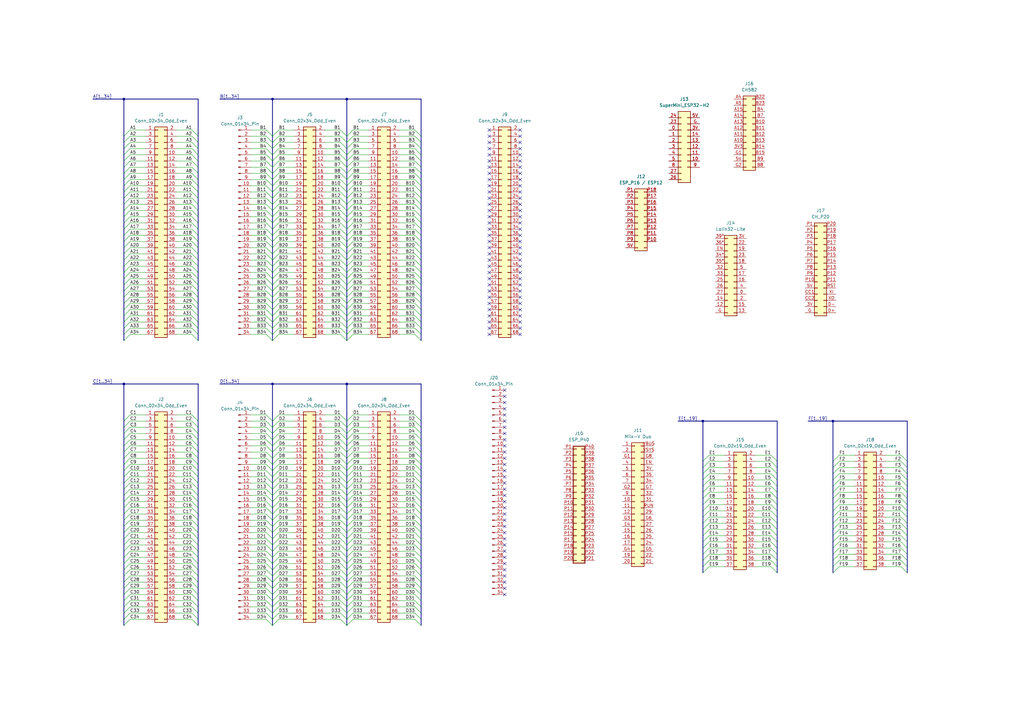
<source format=kicad_sch>
(kicad_sch (version 20250114) (generator "eeschema") (generator_version "9.0")
  (paper "A3")
  (junction (at 111.76 40.64))
  (junction (at 142.24 40.64))
  (junction (at 142.24 157.48))
  (junction (at 111.76 157.48))
  (junction (at 341.63 172.72))
  (junction (at 50.8 157.48))
  (junction (at 288.29 172.72))
  (junction (at 50.8 40.64))
  (no_connect (at 213.36 83.82))
  (no_connect (at 213.36 55.88))
  (no_connect (at 200.66 111.76))
  (no_connect (at 207.01 195.58))
  (no_connect (at 200.66 55.88))
  (no_connect (at 213.36 124.46))
  (no_connect (at 200.66 88.9))
  (no_connect (at 207.01 203.2))
  (no_connect (at 213.36 127))
  (no_connect (at 200.66 86.36))
  (no_connect (at 200.66 106.68))
  (no_connect (at 213.36 91.44))
  (no_connect (at 200.66 78.74))
  (no_connect (at 200.66 134.62))
  (no_connect (at 200.66 109.22))
  (no_connect (at 213.36 116.84))
  (no_connect (at 207.01 160.02))
  (no_connect (at 207.01 187.96))
  (no_connect (at 213.36 73.66))
  (no_connect (at 213.36 71.12))
  (no_connect (at 213.36 76.2))
  (no_connect (at 213.36 63.5))
  (no_connect (at 207.01 165.1))
  (no_connect (at 213.36 106.68))
  (no_connect (at 213.36 60.96))
  (no_connect (at 207.01 190.5))
  (no_connect (at 207.01 231.14))
  (no_connect (at 207.01 223.52))
  (no_connect (at 213.36 134.62))
  (no_connect (at 213.36 119.38))
  (no_connect (at 200.66 127))
  (no_connect (at 200.66 116.84))
  (no_connect (at 207.01 215.9))
  (no_connect (at 207.01 193.04))
  (no_connect (at 200.66 58.42))
  (no_connect (at 213.36 78.74))
  (no_connect (at 200.66 76.2))
  (no_connect (at 200.66 53.34))
  (no_connect (at 200.66 66.04))
  (no_connect (at 213.36 53.34))
  (no_connect (at 200.66 124.46))
  (no_connect (at 213.36 81.28))
  (no_connect (at 207.01 220.98))
  (no_connect (at 200.66 96.52))
  (no_connect (at 213.36 93.98))
  (no_connect (at 207.01 218.44))
  (no_connect (at 207.01 241.3))
  (no_connect (at 207.01 236.22))
  (no_connect (at 200.66 129.54))
  (no_connect (at 207.01 170.18))
  (no_connect (at 207.01 208.28))
  (no_connect (at 200.66 68.58))
  (no_connect (at 213.36 66.04))
  (no_connect (at 213.36 111.76))
  (no_connect (at 213.36 104.14))
  (no_connect (at 200.66 99.06))
  (no_connect (at 200.66 137.16))
  (no_connect (at 213.36 99.06))
  (no_connect (at 207.01 233.68))
  (no_connect (at 207.01 198.12))
  (no_connect (at 207.01 175.26))
  (no_connect (at 200.66 132.08))
  (no_connect (at 213.36 96.52))
  (no_connect (at 200.66 73.66))
  (no_connect (at 200.66 81.28))
  (no_connect (at 200.66 104.14))
  (no_connect (at 200.66 83.82))
  (no_connect (at 200.66 119.38))
  (no_connect (at 200.66 71.12))
  (no_connect (at 207.01 205.74))
  (no_connect (at 213.36 132.08))
  (no_connect (at 213.36 109.22))
  (no_connect (at 213.36 137.16))
  (no_connect (at 200.66 60.96))
  (no_connect (at 207.01 213.36))
  (no_connect (at 207.01 226.06))
  (no_connect (at 207.01 238.76))
  (no_connect (at 207.01 243.84))
  (no_connect (at 200.66 93.98))
  (no_connect (at 207.01 200.66))
  (no_connect (at 213.36 58.42))
  (no_connect (at 200.66 63.5))
  (no_connect (at 207.01 167.64))
  (no_connect (at 207.01 182.88))
  (no_connect (at 213.36 114.3))
  (no_connect (at 200.66 121.92))
  (no_connect (at 200.66 114.3))
  (no_connect (at 207.01 185.42))
  (no_connect (at 213.36 86.36))
  (no_connect (at 207.01 180.34))
  (no_connect (at 207.01 210.82))
  (no_connect (at 207.01 172.72))
  (no_connect (at 213.36 129.54))
  (no_connect (at 213.36 121.92))
  (no_connect (at 207.01 162.56))
  (no_connect (at 200.66 91.44))
  (no_connect (at 200.66 101.6))
  (no_connect (at 213.36 68.58))
  (no_connect (at 207.01 228.6))
  (no_connect (at 207.01 177.8))
  (no_connect (at 213.36 88.9))
  (no_connect (at 213.36 101.6))
  (bus_entry (at 142.24 182.88) (size 2.54 -2.54))
  (bus_entry (at 50.8 241.3) (size 2.54 -2.54))
  (bus_entry (at 288.29 209.55) (size 2.54 -2.54))
  (bus_entry (at 142.24 58.42) (size -2.54 -2.54))
  (bus_entry (at 172.72 99.06) (size -2.54 -2.54))
  (bus_entry (at 50.8 182.88) (size 2.54 -2.54))
  (bus_entry (at 172.72 223.52) (size -2.54 -2.54))
  (bus_entry (at 142.24 132.08) (size -2.54 -2.54))
  (bus_entry (at 142.24 116.84) (size -2.54 -2.54))
  (bus_entry (at 111.76 81.28) (size 2.54 -2.54))
  (bus_entry (at 142.24 139.7) (size 2.54 -2.54))
  (bus_entry (at 288.29 234.95) (size 2.54 -2.54))
  (bus_entry (at 142.24 218.44) (size -2.54 -2.54))
  (bus_entry (at 172.72 124.46) (size -2.54 -2.54))
  (bus_entry (at 50.8 91.44) (size 2.54 -2.54))
  (bus_entry (at 372.11 214.63) (size -2.54 -2.54))
  (bus_entry (at 81.28 91.44) (size -2.54 -2.54))
  (bus_entry (at 288.29 227.33) (size 2.54 -2.54))
  (bus_entry (at 142.24 71.12) (size -2.54 -2.54))
  (bus_entry (at 142.24 139.7) (size -2.54 -2.54))
  (bus_entry (at 318.77 204.47) (size -2.54 -2.54))
  (bus_entry (at 142.24 223.52) (size 2.54 -2.54))
  (bus_entry (at 111.76 63.5) (size -2.54 -2.54))
  (bus_entry (at 111.76 228.6) (size -2.54 -2.54))
  (bus_entry (at 172.72 76.2) (size -2.54 -2.54))
  (bus_entry (at 142.24 215.9) (size 2.54 -2.54))
  (bus_entry (at 372.11 234.95) (size -2.54 -2.54))
  (bus_entry (at 81.28 215.9) (size -2.54 -2.54))
  (bus_entry (at 172.72 60.96) (size -2.54 -2.54))
  (bus_entry (at 111.76 231.14) (size 2.54 -2.54))
  (bus_entry (at 142.24 119.38) (size -2.54 -2.54))
  (bus_entry (at 318.77 217.17) (size -2.54 -2.54))
  (bus_entry (at 318.77 207.01) (size -2.54 -2.54))
  (bus_entry (at 111.76 55.88) (size 2.54 -2.54))
  (bus_entry (at 142.24 241.3) (size -2.54 -2.54))
  (bus_entry (at 111.76 137.16) (size 2.54 -2.54))
  (bus_entry (at 111.76 241.3) (size -2.54 -2.54))
  (bus_entry (at 50.8 83.82) (size 2.54 -2.54))
  (bus_entry (at 111.76 195.58) (size 2.54 -2.54))
  (bus_entry (at 50.8 127) (size 2.54 -2.54))
  (bus_entry (at 81.28 104.14) (size -2.54 -2.54))
  (bus_entry (at 341.63 209.55) (size 2.54 -2.54))
  (bus_entry (at 372.11 201.93) (size -2.54 -2.54))
  (bus_entry (at 341.63 222.25) (size 2.54 -2.54))
  (bus_entry (at 50.8 58.42) (size 2.54 -2.54))
  (bus_entry (at 111.76 226.06) (size 2.54 -2.54))
  (bus_entry (at 111.76 233.68) (size 2.54 -2.54))
  (bus_entry (at 172.72 111.76) (size -2.54 -2.54))
  (bus_entry (at 142.24 71.12) (size 2.54 -2.54))
  (bus_entry (at 81.28 101.6) (size -2.54 -2.54))
  (bus_entry (at 50.8 223.52) (size 2.54 -2.54))
  (bus_entry (at 111.76 215.9) (size 2.54 -2.54))
  (bus_entry (at 81.28 139.7) (size -2.54 -2.54))
  (bus_entry (at 341.63 201.93) (size 2.54 -2.54))
  (bus_entry (at 142.24 193.04) (size 2.54 -2.54))
  (bus_entry (at 142.24 129.54) (size -2.54 -2.54))
  (bus_entry (at 111.76 203.2) (size 2.54 -2.54))
  (bus_entry (at 318.77 189.23) (size -2.54 -2.54))
  (bus_entry (at 111.76 200.66) (size 2.54 -2.54))
  (bus_entry (at 288.29 204.47) (size 2.54 -2.54))
  (bus_entry (at 50.8 215.9) (size 2.54 -2.54))
  (bus_entry (at 142.24 193.04) (size -2.54 -2.54))
  (bus_entry (at 81.28 71.12) (size -2.54 -2.54))
  (bus_entry (at 111.76 73.66) (size 2.54 -2.54))
  (bus_entry (at 142.24 177.8) (size 2.54 -2.54))
  (bus_entry (at 172.72 78.74) (size -2.54 -2.54))
  (bus_entry (at 81.28 68.58) (size -2.54 -2.54))
  (bus_entry (at 111.76 58.42) (size -2.54 -2.54))
  (bus_entry (at 142.24 198.12) (size 2.54 -2.54))
  (bus_entry (at 288.29 199.39) (size 2.54 -2.54))
  (bus_entry (at 142.24 198.12) (size -2.54 -2.54))
  (bus_entry (at 142.24 66.04) (size 2.54 -2.54))
  (bus_entry (at 81.28 109.22) (size -2.54 -2.54))
  (bus_entry (at 142.24 124.46) (size 2.54 -2.54))
  (bus_entry (at 50.8 185.42) (size 2.54 -2.54))
  (bus_entry (at 372.11 222.25) (size -2.54 -2.54))
  (bus_entry (at 111.76 180.34) (size 2.54 -2.54))
  (bus_entry (at 172.72 218.44) (size -2.54 -2.54))
  (bus_entry (at 341.63 212.09) (size 2.54 -2.54))
  (bus_entry (at 81.28 124.46) (size -2.54 -2.54))
  (bus_entry (at 142.24 63.5) (size 2.54 -2.54))
  (bus_entry (at 172.72 254) (size -2.54 -2.54))
  (bus_entry (at 142.24 68.58) (size -2.54 -2.54))
  (bus_entry (at 50.8 254) (size 2.54 -2.54))
  (bus_entry (at 50.8 187.96) (size 2.54 -2.54))
  (bus_entry (at 50.8 251.46) (size 2.54 -2.54))
  (bus_entry (at 50.8 93.98) (size 2.54 -2.54))
  (bus_entry (at 81.28 213.36) (size -2.54 -2.54))
  (bus_entry (at 50.8 71.12) (size 2.54 -2.54))
  (bus_entry (at 111.76 208.28) (size -2.54 -2.54))
  (bus_entry (at 172.72 190.5) (size -2.54 -2.54))
  (bus_entry (at 111.76 63.5) (size 2.54 -2.54))
  (bus_entry (at 111.76 111.76) (size 2.54 -2.54))
  (bus_entry (at 372.11 199.39) (size -2.54 -2.54))
  (bus_entry (at 111.76 175.26) (size 2.54 -2.54))
  (bus_entry (at 111.76 68.58) (size -2.54 -2.54))
  (bus_entry (at 111.76 119.38) (size 2.54 -2.54))
  (bus_entry (at 50.8 246.38) (size 2.54 -2.54))
  (bus_entry (at 172.72 182.88) (size -2.54 -2.54))
  (bus_entry (at 142.24 248.92) (size -2.54 -2.54))
  (bus_entry (at 111.76 76.2) (size 2.54 -2.54))
  (bus_entry (at 81.28 177.8) (size -2.54 -2.54))
  (bus_entry (at 81.28 187.96) (size -2.54 -2.54))
  (bus_entry (at 81.28 83.82) (size -2.54 -2.54))
  (bus_entry (at 142.24 246.38) (size 2.54 -2.54))
  (bus_entry (at 172.72 198.12) (size -2.54 -2.54))
  (bus_entry (at 372.11 196.85) (size -2.54 -2.54))
  (bus_entry (at 111.76 116.84) (size 2.54 -2.54))
  (bus_entry (at 111.76 60.96) (size 2.54 -2.54))
  (bus_entry (at 81.28 223.52) (size -2.54 -2.54))
  (bus_entry (at 172.72 210.82) (size -2.54 -2.54))
  (bus_entry (at 142.24 111.76) (size 2.54 -2.54))
  (bus_entry (at 288.29 219.71) (size 2.54 -2.54))
  (bus_entry (at 50.8 116.84) (size 2.54 -2.54))
  (bus_entry (at 111.76 208.28) (size 2.54 -2.54))
  (bus_entry (at 81.28 180.34) (size -2.54 -2.54))
  (bus_entry (at 341.63 194.31) (size 2.54 -2.54))
  (bus_entry (at 341.63 204.47) (size 2.54 -2.54))
  (bus_entry (at 142.24 86.36) (size -2.54 -2.54))
  (bus_entry (at 142.24 200.66) (size 2.54 -2.54))
  (bus_entry (at 111.76 236.22) (size 2.54 -2.54))
  (bus_entry (at 372.11 209.55) (size -2.54 -2.54))
  (bus_entry (at 172.72 68.58) (size -2.54 -2.54))
  (bus_entry (at 111.76 124.46) (size 2.54 -2.54))
  (bus_entry (at 341.63 189.23) (size 2.54 -2.54))
  (bus_entry (at 111.76 109.22) (size 2.54 -2.54))
  (bus_entry (at 50.8 256.54) (size 2.54 -2.54))
  (bus_entry (at 111.76 101.6) (size -2.54 -2.54))
  (bus_entry (at 318.77 194.31) (size -2.54 -2.54))
  (bus_entry (at 341.63 219.71) (size 2.54 -2.54))
  (bus_entry (at 81.28 195.58) (size -2.54 -2.54))
  (bus_entry (at 111.76 66.04) (size 2.54 -2.54))
  (bus_entry (at 172.72 119.38) (size -2.54 -2.54))
  (bus_entry (at 288.29 212.09) (size 2.54 -2.54))
  (bus_entry (at 111.76 91.44) (size -2.54 -2.54))
  (bus_entry (at 111.76 256.54) (size -2.54 -2.54))
  (bus_entry (at 142.24 187.96) (size -2.54 -2.54))
  (bus_entry (at 142.24 213.36) (size -2.54 -2.54))
  (bus_entry (at 111.76 223.52) (size -2.54 -2.54))
  (bus_entry (at 81.28 116.84) (size -2.54 -2.54))
  (bus_entry (at 172.72 220.98) (size -2.54 -2.54))
  (bus_entry (at 142.24 127) (size -2.54 -2.54))
  (bus_entry (at 142.24 231.14) (size 2.54 -2.54))
  (bus_entry (at 142.24 68.58) (size 2.54 -2.54))
  (bus_entry (at 172.72 129.54) (size -2.54 -2.54))
  (bus_entry (at 50.8 81.28) (size 2.54 -2.54))
  (bus_entry (at 111.76 104.14) (size 2.54 -2.54))
  (bus_entry (at 81.28 236.22) (size -2.54 -2.54))
  (bus_entry (at 111.76 66.04) (size -2.54 -2.54))
  (bus_entry (at 372.11 189.23) (size -2.54 -2.54))
  (bus_entry (at 142.24 231.14) (size -2.54 -2.54))
  (bus_entry (at 341.63 217.17) (size 2.54 -2.54))
  (bus_entry (at 81.28 76.2) (size -2.54 -2.54))
  (bus_entry (at 142.24 200.66) (size -2.54 -2.54))
  (bus_entry (at 81.28 96.52) (size -2.54 -2.54))
  (bus_entry (at 111.76 243.84) (size -2.54 -2.54))
  (bus_entry (at 50.8 124.46) (size 2.54 -2.54))
  (bus_entry (at 81.28 55.88) (size -2.54 -2.54))
  (bus_entry (at 81.28 73.66) (size -2.54 -2.54))
  (bus_entry (at 50.8 111.76) (size 2.54 -2.54))
  (bus_entry (at 288.29 224.79) (size 2.54 -2.54))
  (bus_entry (at 172.72 215.9) (size -2.54 -2.54))
  (bus_entry (at 81.28 137.16) (size -2.54 -2.54))
  (bus_entry (at 142.24 88.9) (size 2.54 -2.54))
  (bus_entry (at 142.24 210.82) (size 2.54 -2.54))
  (bus_entry (at 142.24 63.5) (size -2.54 -2.54))
  (bus_entry (at 142.24 96.52) (size -2.54 -2.54))
  (bus_entry (at 318.77 219.71) (size -2.54 -2.54))
  (bus_entry (at 372.11 232.41) (size -2.54 -2.54))
  (bus_entry (at 111.76 177.8) (size -2.54 -2.54))
  (bus_entry (at 142.24 195.58) (size -2.54 -2.54))
  (bus_entry (at 111.76 83.82) (size -2.54 -2.54))
  (bus_entry (at 288.29 229.87) (size 2.54 -2.54))
  (bus_entry (at 172.72 96.52) (size -2.54 -2.54))
  (bus_entry (at 111.76 233.68) (size -2.54 -2.54))
  (bus_entry (at 50.8 190.5) (size 2.54 -2.54))
  (bus_entry (at 111.76 182.88) (size 2.54 -2.54))
  (bus_entry (at 81.28 88.9) (size -2.54 -2.54))
  (bus_entry (at 81.28 129.54) (size -2.54 -2.54))
  (bus_entry (at 111.76 228.6) (size 2.54 -2.54))
  (bus_entry (at 142.24 96.52) (size 2.54 -2.54))
  (bus_entry (at 142.24 185.42) (size 2.54 -2.54))
  (bus_entry (at 142.24 91.44) (size 2.54 -2.54))
  (bus_entry (at 111.76 248.92) (size -2.54 -2.54))
  (bus_entry (at 142.24 86.36) (size 2.54 -2.54))
  (bus_entry (at 142.24 248.92) (size 2.54 -2.54))
  (bus_entry (at 111.76 190.5) (size 2.54 -2.54))
  (bus_entry (at 142.24 226.06) (size -2.54 -2.54))
  (bus_entry (at 81.28 193.04) (size -2.54 -2.54))
  (bus_entry (at 111.76 127) (size 2.54 -2.54))
  (bus_entry (at 172.72 109.22) (size -2.54 -2.54))
  (bus_entry (at 318.77 209.55) (size -2.54 -2.54))
  (bus_entry (at 172.72 91.44) (size -2.54 -2.54))
  (bus_entry (at 50.8 132.08) (size 2.54 -2.54))
  (bus_entry (at 50.8 236.22) (size 2.54 -2.54))
  (bus_entry (at 111.76 124.46) (size -2.54 -2.54))
  (bus_entry (at 111.76 187.96) (size -2.54 -2.54))
  (bus_entry (at 142.24 58.42) (size 2.54 -2.54))
  (bus_entry (at 142.24 226.06) (size 2.54 -2.54))
  (bus_entry (at 142.24 121.92) (size 2.54 -2.54))
  (bus_entry (at 50.8 109.22) (size 2.54 -2.54))
  (bus_entry (at 111.76 139.7) (size 2.54 -2.54))
  (bus_entry (at 81.28 251.46) (size -2.54 -2.54))
  (bus_entry (at 372.11 194.31) (size -2.54 -2.54))
  (bus_entry (at 142.24 99.06) (size -2.54 -2.54))
  (bus_entry (at 172.72 101.6) (size -2.54 -2.54))
  (bus_entry (at 111.76 139.7) (size -2.54 -2.54))
  (bus_entry (at 142.24 106.68) (size -2.54 -2.54))
  (bus_entry (at 81.28 190.5) (size -2.54 -2.54))
  (bus_entry (at 172.72 195.58) (size -2.54 -2.54))
  (bus_entry (at 111.76 231.14) (size -2.54 -2.54))
  (bus_entry (at 81.28 106.68) (size -2.54 -2.54))
  (bus_entry (at 172.72 180.34) (size -2.54 -2.54))
  (bus_entry (at 50.8 73.66) (size 2.54 -2.54))
  (bus_entry (at 111.76 96.52) (size -2.54 -2.54))
  (bus_entry (at 111.76 132.08) (size -2.54 -2.54))
  (bus_entry (at 111.76 106.68) (size 2.54 -2.54))
  (bus_entry (at 111.76 71.12) (size -2.54 -2.54))
  (bus_entry (at 50.8 96.52) (size 2.54 -2.54))
  (bus_entry (at 142.24 93.98) (size 2.54 -2.54))
  (bus_entry (at 318.77 196.85) (size -2.54 -2.54))
  (bus_entry (at 81.28 220.98) (size -2.54 -2.54))
  (bus_entry (at 81.28 218.44) (size -2.54 -2.54))
  (bus_entry (at 111.76 121.92) (size 2.54 -2.54))
  (bus_entry (at 111.76 96.52) (size 2.54 -2.54))
  (bus_entry (at 172.72 58.42) (size -2.54 -2.54))
  (bus_entry (at 50.8 121.92) (size 2.54 -2.54))
  (bus_entry (at 111.76 106.68) (size -2.54 -2.54))
  (bus_entry (at 50.8 78.74) (size 2.54 -2.54))
  (bus_entry (at 142.24 101.6) (size 2.54 -2.54))
  (bus_entry (at 142.24 233.68) (size 2.54 -2.54))
  (bus_entry (at 172.72 139.7) (size -2.54 -2.54))
  (bus_entry (at 172.72 203.2) (size -2.54 -2.54))
  (bus_entry (at 372.11 219.71) (size -2.54 -2.54))
  (bus_entry (at 81.28 243.84) (size -2.54 -2.54))
  (bus_entry (at 111.76 172.72) (size -2.54 -2.54))
  (bus_entry (at 142.24 76.2) (size -2.54 -2.54))
  (bus_entry (at 288.29 214.63) (size 2.54 -2.54))
  (bus_entry (at 50.8 193.04) (size 2.54 -2.54))
  (bus_entry (at 172.72 236.22) (size -2.54 -2.54))
  (bus_entry (at 50.8 104.14) (size 2.54 -2.54))
  (bus_entry (at 142.24 137.16) (size -2.54 -2.54))
  (bus_entry (at 288.29 232.41) (size 2.54 -2.54))
  (bus_entry (at 50.8 172.72) (size 2.54 -2.54))
  (bus_entry (at 142.24 175.26) (size 2.54 -2.54))
  (bus_entry (at 172.72 177.8) (size -2.54 -2.54))
  (bus_entry (at 111.76 68.58) (size 2.54 -2.54))
  (bus_entry (at 142.24 228.6) (size 2.54 -2.54))
  (bus_entry (at 50.8 55.88) (size 2.54 -2.54))
  (bus_entry (at 172.72 104.14) (size -2.54 -2.54))
  (bus_entry (at 341.63 214.63) (size 2.54 -2.54))
  (bus_entry (at 142.24 254) (size 2.54 -2.54))
  (bus_entry (at 142.24 243.84) (size 2.54 -2.54))
  (bus_entry (at 288.29 196.85) (size 2.54 -2.54))
  (bus_entry (at 111.76 203.2) (size -2.54 -2.54))
  (bus_entry (at 142.24 81.28) (size 2.54 -2.54))
  (bus_entry (at 111.76 254) (size -2.54 -2.54))
  (bus_entry (at 288.29 217.17) (size 2.54 -2.54))
  (bus_entry (at 172.72 63.5) (size -2.54 -2.54))
  (bus_entry (at 111.76 55.88) (size -2.54 -2.54))
  (bus_entry (at 81.28 111.76) (size -2.54 -2.54))
  (bus_entry (at 142.24 114.3) (size 2.54 -2.54))
  (bus_entry (at 341.63 207.01) (size 2.54 -2.54))
  (bus_entry (at 50.8 238.76) (size 2.54 -2.54))
  (bus_entry (at 142.24 220.98) (size -2.54 -2.54))
  (bus_entry (at 172.72 193.04) (size -2.54 -2.54))
  (bus_entry (at 142.24 254) (size -2.54 -2.54))
  (bus_entry (at 142.24 55.88) (size 2.54 -2.54))
  (bus_entry (at 372.11 224.79) (size -2.54 -2.54))
  (bus_entry (at 111.76 185.42) (size -2.54 -2.54))
  (bus_entry (at 50.8 208.28) (size 2.54 -2.54))
  (bus_entry (at 111.76 93.98) (size 2.54 -2.54))
  (bus_entry (at 81.28 208.28) (size -2.54 -2.54))
  (bus_entry (at 111.76 109.22) (size -2.54 -2.54))
  (bus_entry (at 111.76 78.74) (size 2.54 -2.54))
  (bus_entry (at 50.8 106.68) (size 2.54 -2.54))
  (bus_entry (at 142.24 241.3) (size 2.54 -2.54))
  (bus_entry (at 318.77 234.95) (size -2.54 -2.54))
  (bus_entry (at 111.76 180.34) (size -2.54 -2.54))
  (bus_entry (at 142.24 185.42) (size -2.54 -2.54))
  (bus_entry (at 142.24 119.38) (size 2.54 -2.54))
  (bus_entry (at 172.72 83.82) (size -2.54 -2.54))
  (bus_entry (at 111.76 99.06) (size -2.54 -2.54))
  (bus_entry (at 111.76 134.62) (size -2.54 -2.54))
  (bus_entry (at 111.76 198.12) (size -2.54 -2.54))
  (bus_entry (at 50.8 99.06) (size 2.54 -2.54))
  (bus_entry (at 111.76 220.98) (size -2.54 -2.54))
  (bus_entry (at 142.24 175.26) (size -2.54 -2.54))
  (bus_entry (at 142.24 233.68) (size -2.54 -2.54))
  (bus_entry (at 81.28 114.3) (size -2.54 -2.54))
  (bus_entry (at 172.72 93.98) (size -2.54 -2.54))
  (bus_entry (at 111.76 137.16) (size -2.54 -2.54))
  (bus_entry (at 142.24 101.6) (size -2.54 -2.54))
  (bus_entry (at 111.76 200.66) (size -2.54 -2.54))
  (bus_entry (at 341.63 191.77) (size 2.54 -2.54))
  (bus_entry (at 81.28 119.38) (size -2.54 -2.54))
  (bus_entry (at 111.76 129.54) (size 2.54 -2.54))
  (bus_entry (at 111.76 73.66) (size -2.54 -2.54))
  (bus_entry (at 142.24 256.54) (size -2.54 -2.54))
  (bus_entry (at 81.28 248.92) (size -2.54 -2.54))
  (bus_entry (at 50.8 231.14) (size 2.54 -2.54))
  (bus_entry (at 50.8 180.34) (size 2.54 -2.54))
  (bus_entry (at 81.28 93.98) (size -2.54 -2.54))
  (bus_entry (at 50.8 76.2) (size 2.54 -2.54))
  (bus_entry (at 172.72 200.66) (size -2.54 -2.54))
  (bus_entry (at 111.76 134.62) (size 2.54 -2.54))
  (bus_entry (at 142.24 114.3) (size -2.54 -2.54))
  (bus_entry (at 142.24 104.14) (size -2.54 -2.54))
  (bus_entry (at 111.76 129.54) (size -2.54 -2.54))
  (bus_entry (at 172.72 127) (size -2.54 -2.54))
  (bus_entry (at 81.28 58.42) (size -2.54 -2.54))
  (bus_entry (at 288.29 189.23) (size 2.54 -2.54))
  (bus_entry (at 50.8 228.6) (size 2.54 -2.54))
  (bus_entry (at 50.8 88.9) (size 2.54 -2.54))
  (bus_entry (at 81.28 99.06) (size -2.54 -2.54))
  (bus_entry (at 172.72 172.72) (size -2.54 -2.54))
  (bus_entry (at 142.24 60.96) (size -2.54 -2.54))
  (bus_entry (at 172.72 86.36) (size -2.54 -2.54))
  (bus_entry (at 111.76 175.26) (size -2.54 -2.54))
  (bus_entry (at 142.24 172.72) (size 2.54 -2.54))
  (bus_entry (at 172.72 134.62) (size -2.54 -2.54))
  (bus_entry (at 111.76 114.3) (size -2.54 -2.54))
  (bus_entry (at 142.24 236.22) (size 2.54 -2.54))
  (bus_entry (at 81.28 203.2) (size -2.54 -2.54))
  (bus_entry (at 111.76 220.98) (size 2.54 -2.54))
  (bus_entry (at 81.28 233.68) (size -2.54 -2.54))
  (bus_entry (at 172.72 116.84) (size -2.54 -2.54))
  (bus_entry (at 50.8 198.12) (size 2.54 -2.54))
  (bus_entry (at 142.24 121.92) (size -2.54 -2.54))
  (bus_entry (at 172.72 187.96) (size -2.54 -2.54))
  (bus_entry (at 172.72 73.66) (size -2.54 -2.54))
  (bus_entry (at 142.24 205.74) (size -2.54 -2.54))
  (bus_entry (at 81.28 256.54) (size -2.54 -2.54))
  (bus_entry (at 142.24 208.28) (size -2.54 -2.54))
  (bus_entry (at 142.24 104.14) (size 2.54 -2.54))
  (bus_entry (at 111.76 195.58) (size -2.54 -2.54))
  (bus_entry (at 142.24 73.66) (size -2.54 -2.54))
  (bus_entry (at 81.28 172.72) (size -2.54 -2.54))
  (bus_entry (at 142.24 195.58) (size 2.54 -2.54))
  (bus_entry (at 111.76 223.52) (size 2.54 -2.54))
  (bus_entry (at 318.77 191.77) (size -2.54 -2.54))
  (bus_entry (at 172.72 213.36) (size -2.54 -2.54))
  (bus_entry (at 142.24 88.9) (size -2.54 -2.54))
  (bus_entry (at 50.8 137.16) (size 2.54 -2.54))
  (bus_entry (at 81.28 60.96) (size -2.54 -2.54))
  (bus_entry (at 111.76 76.2) (size -2.54 -2.54))
  (bus_entry (at 81.28 185.42) (size -2.54 -2.54))
  (bus_entry (at 142.24 190.5) (size -2.54 -2.54))
  (bus_entry (at 142.24 215.9) (size -2.54 -2.54))
  (bus_entry (at 50.8 86.36) (size 2.54 -2.54))
  (bus_entry (at 142.24 83.82) (size -2.54 -2.54))
  (bus_entry (at 142.24 187.96) (size 2.54 -2.54))
  (bus_entry (at 111.76 254) (size 2.54 -2.54))
  (bus_entry (at 341.63 234.95) (size 2.54 -2.54))
  (bus_entry (at 142.24 93.98) (size -2.54 -2.54))
  (bus_entry (at 288.29 194.31) (size 2.54 -2.54))
  (bus_entry (at 341.63 196.85) (size 2.54 -2.54))
  (bus_entry (at 318.77 222.25) (size -2.54 -2.54))
  (bus_entry (at 111.76 88.9) (size 2.54 -2.54))
  (bus_entry (at 288.29 191.77) (size 2.54 -2.54))
  (bus_entry (at 172.72 208.28) (size -2.54 -2.54))
  (bus_entry (at 142.24 106.68) (size 2.54 -2.54))
  (bus_entry (at 142.24 238.76) (size -2.54 -2.54))
  (bus_entry (at 111.76 210.82) (size -2.54 -2.54))
  (bus_entry (at 142.24 124.46) (size -2.54 -2.54))
  (bus_entry (at 81.28 231.14) (size -2.54 -2.54))
  (bus_entry (at 142.24 203.2) (size 2.54 -2.54))
  (bus_entry (at 172.72 205.74) (size -2.54 -2.54))
  (bus_entry (at 50.8 203.2) (size 2.54 -2.54))
  (bus_entry (at 142.24 172.72) (size -2.54 -2.54))
  (bus_entry (at 50.8 175.26) (size 2.54 -2.54))
  (bus_entry (at 318.77 229.87) (size -2.54 -2.54))
  (bus_entry (at 172.72 228.6) (size -2.54 -2.54))
  (bus_entry (at 81.28 134.62) (size -2.54 -2.54))
  (bus_entry (at 372.11 217.17) (size -2.54 -2.54))
  (bus_entry (at 372.11 204.47) (size -2.54 -2.54))
  (bus_entry (at 172.72 246.38) (size -2.54 -2.54))
  (bus_entry (at 50.8 139.7) (size 2.54 -2.54))
  (bus_entry (at 142.24 116.84) (size 2.54 -2.54))
  (bus_entry (at 111.76 78.74) (size -2.54 -2.54))
  (bus_entry (at 172.72 106.68) (size -2.54 -2.54))
  (bus_entry (at 111.76 172.72) (size 2.54 -2.54))
  (bus_entry (at 111.76 210.82) (size 2.54 -2.54))
  (bus_entry (at 81.28 238.76) (size -2.54 -2.54))
  (bus_entry (at 111.76 198.12) (size 2.54 -2.54))
  (bus_entry (at 111.76 119.38) (size -2.54 -2.54))
  (bus_entry (at 172.72 132.08) (size -2.54 -2.54))
  (bus_entry (at 111.76 251.46) (size 2.54 -2.54))
  (bus_entry (at 172.72 256.54) (size -2.54 -2.54))
  (bus_entry (at 142.24 129.54) (size 2.54 -2.54))
  (bus_entry (at 142.24 236.22) (size -2.54 -2.54))
  (bus_entry (at 81.28 175.26) (size -2.54 -2.54))
  (bus_entry (at 172.72 251.46) (size -2.54 -2.54))
  (bus_entry (at 172.72 137.16) (size -2.54 -2.54))
  (bus_entry (at 142.24 137.16) (size 2.54 -2.54))
  (bus_entry (at 318.77 201.93) (size -2.54 -2.54))
  (bus_entry (at 341.63 224.79) (size 2.54 -2.54))
  (bus_entry (at 172.72 71.12) (size -2.54 -2.54))
  (bus_entry (at 172.72 233.68) (size -2.54 -2.54))
  (bus_entry (at 142.24 81.28) (size -2.54 -2.54))
  (bus_entry (at 111.76 241.3) (size 2.54 -2.54))
  (bus_entry (at 318.77 227.33) (size -2.54 -2.54))
  (bus_entry (at 111.76 213.36) (size 2.54 -2.54))
  (bus_entry (at 50.8 63.5) (size 2.54 -2.54))
  (bus_entry (at 288.29 222.25) (size 2.54 -2.54))
  (bus_entry (at 142.24 177.8) (size -2.54 -2.54))
  (bus_entry (at 372.11 207.01) (size -2.54 -2.54))
  (bus_entry (at 142.24 223.52) (size -2.54 -2.54))
  (bus_entry (at 111.76 248.92) (size 2.54 -2.54))
  (bus_entry (at 172.72 248.92) (size -2.54 -2.54))
  (bus_entry (at 172.72 238.76) (size -2.54 -2.54))
  (bus_entry (at 142.24 132.08) (size 2.54 -2.54))
  (bus_entry (at 142.24 180.34) (size -2.54 -2.54))
  (bus_entry (at 81.28 254) (size -2.54 -2.54))
  (bus_entry (at 172.72 241.3) (size -2.54 -2.54))
  (bus_entry (at 50.8 220.98) (size 2.54 -2.54))
  (bus_entry (at 341.63 199.39) (size 2.54 -2.54))
  (bus_entry (at 111.76 88.9) (size -2.54 -2.54))
  (bus_entry (at 111.76 81.28) (size -2.54 -2.54))
  (bus_entry (at 111.76 127) (size -2.54 -2.54))
  (bus_entry (at 172.72 226.06) (size -2.54 -2.54))
  (bus_entry (at 372.11 227.33) (size -2.54 -2.54))
  (bus_entry (at 111.76 60.96) (size -2.54 -2.54))
  (bus_entry (at 111.76 251.46) (size -2.54 -2.54))
  (bus_entry (at 50.8 129.54) (size 2.54 -2.54))
  (bus_entry (at 111.76 116.84) (size -2.54 -2.54))
  (bus_entry (at 142.24 91.44) (size -2.54 -2.54))
  (bus_entry (at 372.11 229.87) (size -2.54 -2.54))
  (bus_entry (at 142.24 109.22) (size 2.54 -2.54))
  (bus_entry (at 142.24 83.82) (size 2.54 -2.54))
  (bus_entry (at 81.28 63.5) (size -2.54 -2.54))
  (bus_entry (at 50.8 68.58) (size 2.54 -2.54))
  (bus_entry (at 142.24 127) (size 2.54 -2.54))
  (bus_entry (at 318.77 232.41) (size -2.54 -2.54))
  (bus_entry (at 81.28 182.88) (size -2.54 -2.54))
  (bus_entry (at 142.24 78.74) (size -2.54 -2.54))
  (bus_entry (at 172.72 88.9) (size -2.54 -2.54))
  (bus_entry (at 81.28 81.28) (size -2.54 -2.54))
  (bus_entry (at 142.24 109.22) (size -2.54 -2.54))
  (bus_entry (at 142.24 228.6) (size -2.54 -2.54))
  (bus_entry (at 142.24 238.76) (size 2.54 -2.54))
  (bus_entry (at 142.24 251.46) (size -2.54 -2.54))
  (bus_entry (at 142.24 210.82) (size -2.54 -2.54))
  (bus_entry (at 288.29 207.01) (size 2.54 -2.54))
  (bus_entry (at 372.11 191.77) (size -2.54 -2.54))
  (bus_entry (at 142.24 182.88) (size -2.54 -2.54))
  (bus_entry (at 50.8 233.68) (size 2.54 -2.54))
  (bus_entry (at 111.76 205.74) (size -2.54 -2.54))
  (bus_entry (at 111.76 132.08) (size 2.54 -2.54))
  (bus_entry (at 111.76 193.04) (size -2.54 -2.54))
  (bus_entry (at 111.76 114.3) (size 2.54 -2.54))
  (bus_entry (at 50.8 101.6) (size 2.54 -2.54))
  (bus_entry (at 318.77 212.09) (size -2.54 -2.54))
  (bus_entry (at 50.8 114.3) (size 2.54 -2.54))
  (bus_entry (at 50.8 210.82) (size 2.54 -2.54))
  (bus_entry (at 81.28 132.08) (size -2.54 -2.54))
  (bus_entry (at 172.72 121.92) (size -2.54 -2.54))
  (bus_entry (at 111.76 101.6) (size 2.54 -2.54))
  (bus_entry (at 50.8 195.58) (size 2.54 -2.54))
  (bus_entry (at 111.76 226.06) (size -2.54 -2.54))
  (bus_entry (at 50.8 218.44) (size 2.54 -2.54))
  (bus_entry (at 50.8 226.06) (size 2.54 -2.54))
  (bus_entry (at 81.28 226.06) (size -2.54 -2.54))
  (bus_entry (at 142.24 213.36) (size 2.54 -2.54))
  (bus_entry (at 81.28 210.82) (size -2.54 -2.54))
  (bus_entry (at 111.76 71.12) (size 2.54 -2.54))
  (bus_entry (at 50.8 205.74) (size 2.54 -2.54))
  (bus_entry (at 111.76 177.8) (size 2.54 -2.54))
  (bus_entry (at 50.8 248.92) (size 2.54 -2.54))
  (bus_entry (at 111.76 185.42) (size 2.54 -2.54))
  (bus_entry (at 142.24 218.44) (size 2.54 -2.54))
  (bus_entry (at 318.77 214.63) (size -2.54 -2.54))
  (bus_entry (at 111.76 182.88) (size -2.54 -2.54))
  (bus_entry (at 341.63 227.33) (size 2.54 -2.54))
  (bus_entry (at 50.8 119.38) (size 2.54 -2.54))
  (bus_entry (at 142.24 73.66) (size 2.54 -2.54))
  (bus_entry (at 111.76 86.36) (size 2.54 -2.54))
  (bus_entry (at 172.72 175.26) (size -2.54 -2.54))
  (bus_entry (at 111.76 193.04) (size 2.54 -2.54))
  (bus_entry (at 111.76 86.36) (size -2.54 -2.54))
  (bus_entry (at 142.24 60.96) (size 2.54 -2.54))
  (bus_entry (at 111.76 243.84) (size 2.54 -2.54))
  (bus_entry (at 142.24 78.74) (size 2.54 -2.54))
  (bus_entry (at 81.28 246.38) (size -2.54 -2.54))
  (bus_entry (at 142.24 180.34) (size 2.54 -2.54))
  (bus_entry (at 50.8 200.66) (size 2.54 -2.54))
  (bus_entry (at 50.8 60.96) (size 2.54 -2.54))
  (bus_entry (at 142.24 256.54) (size 2.54 -2.54))
  (bus_entry (at 50.8 177.8) (size 2.54 -2.54))
  (bus_entry (at 111.76 99.06) (size 2.54 -2.54))
  (bus_entry (at 81.28 66.04) (size -2.54 -2.54))
  (bus_entry (at 81.28 121.92) (size -2.54 -2.54))
  (bus_entry (at 341.63 232.41) (size 2.54 -2.54))
  (bus_entry (at 81.28 198.12) (size -2.54 -2.54))
  (bus_entry (at 111.76 111.76) (size -2.54 -2.54))
  (bus_entry (at 142.24 205.74) (size 2.54 -2.54))
  (bus_entry (at 142.24 208.28) (size 2.54 -2.54))
  (bus_entry (at 142.24 243.84) (size -2.54 -2.54))
  (bus_entry (at 142.24 111.76) (size -2.54 -2.54))
  (bus_entry (at 142.24 203.2) (size -2.54 -2.54))
  (bus_entry (at 50.8 243.84) (size 2.54 -2.54))
  (bus_entry (at 172.72 55.88) (size -2.54 -2.54))
  (bus_entry (at 81.28 127) (size -2.54 -2.54))
  (bus_entry (at 142.24 99.06) (size 2.54 -2.54))
  (bus_entry (at 172.72 114.3) (size -2.54 -2.54))
  (bus_entry (at 288.29 201.93) (size 2.54 -2.54))
  (bus_entry (at 372.11 212.09) (size -2.54 -2.54))
  (bus_entry (at 81.28 200.66) (size -2.54 -2.54))
  (bus_entry (at 111.76 205.74) (size 2.54 -2.54))
  (bus_entry (at 81.28 241.3) (size -2.54 -2.54))
  (bus_entry (at 111.76 238.76) (size -2.54 -2.54))
  (bus_entry (at 172.72 231.14) (size -2.54 -2.54))
  (bus_entry (at 111.76 93.98) (size -2.54 -2.54))
  (bus_entry (at 142.24 246.38) (size -2.54 -2.54))
  (bus_entry (at 142.24 76.2) (size 2.54 -2.54))
  (bus_entry (at 111.76 83.82) (size 2.54 -2.54))
  (bus_entry (at 111.76 236.22) (size -2.54 -2.54))
  (bus_entry (at 142.24 66.04) (size -2.54 -2.54))
  (bus_entry (at 111.76 215.9) (size -2.54 -2.54))
  (bus_entry (at 318.77 199.39) (size -2.54 -2.54))
  (bus_entry (at 81.28 86.36) (size -2.54 -2.54))
  (bus_entry (at 81.28 228.6) (size -2.54 -2.54))
  (bus_entry (at 111.76 190.5) (size -2.54 -2.54))
  (bus_entry (at 111.76 218.44) (size -2.54 -2.54))
  (bus_entry (at 111.76 246.38) (size 2.54 -2.54))
  (bus_entry (at 50.8 134.62) (size 2.54 -2.54))
  (bus_entry (at 142.24 190.5) (size 2.54 -2.54))
  (bus_entry (at 142.24 134.62) (size -2.54 -2.54))
  (bus_entry (at 81.28 78.74) (size -2.54 -2.54))
  (bus_entry (at 111.76 218.44) (size 2.54 -2.54))
  (bus_entry (at 111.76 58.42) (size 2.54 -2.54))
  (bus_entry (at 111.76 256.54) (size 2.54 -2.54))
  (bus_entry (at 81.28 205.74) (size -2.54 -2.54))
  (bus_entry (at 142.24 55.88) (size -2.54 -2.54))
  (bus_entry (at 111.76 238.76) (size 2.54 -2.54))
  (bus_entry (at 318.77 224.79) (size -2.54 -2.54))
  (bus_entry (at 50.8 66.04) (size 2.54 -2.54))
  (bus_entry (at 172.72 243.84) (size -2.54 -2.54))
  (bus_entry (at 111.76 213.36) (size -2.54 -2.54))
  (bus_entry (at 172.72 185.42) (size -2.54 -2.54))
  (bus_entry (at 142.24 220.98) (size 2.54 -2.54))
  (bus_entry (at 142.24 251.46) (size 2.54 -2.54))
  (bus_entry (at 111.76 187.96) (size 2.54 -2.54))
  (bus_entry (at 111.76 121.92) (size -2.54 -2.54))
  (bus_entry (at 111.76 246.38) (size -2.54 -2.54))
  (bus_entry (at 142.24 134.62) (size 2.54 -2.54))
  (bus_entry (at 50.8 213.36) (size 2.54 -2.54))
  (bus_entry (at 341.63 229.87) (size 2.54 -2.54))
  (bus_entry (at 111.76 104.14) (size -2.54 -2.54))
  (bus_entry (at 172.72 66.04) (size -2.54 -2.54))
  (bus_entry (at 172.72 81.28) (size -2.54 -2.54))
  (bus_entry (at 111.76 91.44) (size 2.54 -2.54))
  (bus (pts (xy 50.8 182.88) (xy 50.8 185.42)))
  (bus (pts (xy 142.24 121.92) (xy 142.24 124.46)))
  (wire (pts (xy 170.18 203.2) (xy 163.83 203.2)))
  (wire (pts (xy 144.78 124.46) (xy 151.13 124.46)))
  (bus (pts (xy 81.28 66.04) (xy 81.28 68.58)))
  (bus (pts (xy 50.8 243.84) (xy 50.8 246.38)))
  (wire (pts (xy 109.22 106.68) (xy 102.87 106.68)))
  (wire (pts (xy 109.22 233.68) (xy 102.87 233.68)))
  (wire (pts (xy 144.78 238.76) (xy 151.13 238.76)))
  (wire (pts (xy 53.34 238.76) (xy 59.69 238.76)))
  (wire (pts (xy 109.22 71.12) (xy 102.87 71.12)))
  (wire (pts (xy 139.7 111.76) (xy 133.35 111.76)))
  (wire (pts (xy 114.3 124.46) (xy 120.65 124.46)))
  (bus (pts (xy 318.77 222.25) (xy 318.77 224.79)))
  (bus (pts (xy 50.8 254) (xy 50.8 256.54)))
  (bus (pts (xy 142.24 81.28) (xy 142.24 83.82)))
  (bus (pts (xy 81.28 88.9) (xy 81.28 91.44)))
  (wire (pts (xy 114.3 231.14) (xy 120.65 231.14)))
  (wire (pts (xy 53.34 96.52) (xy 59.69 96.52)))
  (wire (pts (xy 344.17 227.33) (xy 350.52 227.33)))
  (wire (pts (xy 78.74 254) (xy 72.39 254)))
  (wire (pts (xy 290.83 189.23) (xy 297.18 189.23)))
  (bus (pts (xy 142.24 195.58) (xy 142.24 198.12)))
  (bus (pts (xy 172.72 215.9) (xy 172.72 218.44)))
  (bus (pts (xy 81.28 96.52) (xy 81.28 99.06)))
  (bus (pts (xy 50.8 190.5) (xy 50.8 193.04)))
  (wire (pts (xy 144.78 76.2) (xy 151.13 76.2)))
  (bus (pts (xy 50.8 208.28) (xy 50.8 210.82)))
  (bus (pts (xy 50.8 195.58) (xy 50.8 198.12)))
  (wire (pts (xy 144.78 127) (xy 151.13 127)))
  (bus (pts (xy 81.28 55.88) (xy 81.28 40.64)))
  (wire (pts (xy 78.74 66.04) (xy 72.39 66.04)))
  (wire (pts (xy 114.3 241.3) (xy 120.65 241.3)))
  (wire (pts (xy 53.34 60.96) (xy 59.69 60.96)))
  (wire (pts (xy 109.22 190.5) (xy 102.87 190.5)))
  (bus (pts (xy 81.28 195.58) (xy 81.28 193.04)))
  (wire (pts (xy 114.3 96.52) (xy 120.65 96.52)))
  (bus (pts (xy 172.72 101.6) (xy 172.72 104.14)))
  (bus (pts (xy 341.63 199.39) (xy 341.63 201.93)))
  (wire (pts (xy 53.34 198.12) (xy 59.69 198.12)))
  (wire (pts (xy 114.3 114.3) (xy 120.65 114.3)))
  (wire (pts (xy 114.3 73.66) (xy 120.65 73.66)))
  (bus (pts (xy 111.76 198.12) (xy 111.76 200.66)))
  (wire (pts (xy 114.3 251.46) (xy 120.65 251.46)))
  (bus (pts (xy 142.24 248.92) (xy 142.24 251.46)))
  (bus (pts (xy 341.63 214.63) (xy 341.63 217.17)))
  (wire (pts (xy 78.74 226.06) (xy 72.39 226.06)))
  (bus (pts (xy 288.29 214.63) (xy 288.29 217.17)))
  (bus (pts (xy 172.72 111.76) (xy 172.72 114.3)))
  (wire (pts (xy 369.57 189.23) (xy 363.22 189.23)))
  (bus (pts (xy 172.72 180.34) (xy 172.72 182.88)))
  (wire (pts (xy 139.7 76.2) (xy 133.35 76.2)))
  (wire (pts (xy 290.83 186.69) (xy 297.18 186.69)))
  (wire (pts (xy 139.7 175.26) (xy 133.35 175.26)))
  (wire (pts (xy 114.3 127) (xy 120.65 127)))
  (wire (pts (xy 316.23 217.17) (xy 309.88 217.17)))
  (wire (pts (xy 114.3 193.04) (xy 120.65 193.04)))
  (wire (pts (xy 344.17 201.93) (xy 350.52 201.93)))
  (wire (pts (xy 109.22 109.22) (xy 102.87 109.22)))
  (wire (pts (xy 144.78 81.28) (xy 151.13 81.28)))
  (bus (pts (xy 50.8 218.44) (xy 50.8 220.98)))
  (bus (pts (xy 50.8 116.84) (xy 50.8 119.38)))
  (bus (pts (xy 81.28 127) (xy 81.28 129.54)))
  (bus (pts (xy 172.72 195.58) (xy 172.72 198.12)))
  (bus (pts (xy 142.24 129.54) (xy 142.24 132.08)))
  (wire (pts (xy 144.78 134.62) (xy 151.13 134.62)))
  (wire (pts (xy 139.7 68.58) (xy 133.35 68.58)))
  (wire (pts (xy 144.78 114.3) (xy 151.13 114.3)))
  (bus (pts (xy 142.24 60.96) (xy 142.24 63.5)))
  (bus (pts (xy 111.76 132.08) (xy 111.76 134.62)))
  (bus (pts (xy 81.28 187.96) (xy 81.28 185.42)))
  (bus (pts (xy 372.11 229.87) (xy 372.11 232.41)))
  (bus (pts (xy 50.8 40.64) (xy 50.8 55.88)))
  (bus (pts (xy 142.24 190.5) (xy 142.24 193.04)))
  (bus (pts (xy 81.28 86.36) (xy 81.28 88.9)))
  (bus (pts (xy 50.8 78.74) (xy 50.8 81.28)))
  (bus (pts (xy 172.72 236.22) (xy 172.72 238.76)))
  (wire (pts (xy 144.78 63.5) (xy 151.13 63.5)))
  (bus (pts (xy 172.72 172.72) (xy 172.72 175.26)))
  (wire (pts (xy 114.3 93.98) (xy 120.65 93.98)))
  (bus (pts (xy 318.77 229.87) (xy 318.77 232.41)))
  (wire (pts (xy 144.78 203.2) (xy 151.13 203.2)))
  (wire (pts (xy 109.22 236.22) (xy 102.87 236.22)))
  (wire (pts (xy 53.34 71.12) (xy 59.69 71.12)))
  (bus (pts (xy 318.77 194.31) (xy 318.77 196.85)))
  (wire (pts (xy 78.74 134.62) (xy 72.39 134.62)))
  (wire (pts (xy 78.74 182.88) (xy 72.39 182.88)))
  (bus (pts (xy 172.72 220.98) (xy 172.72 223.52)))
  (bus (pts (xy 50.8 223.52) (xy 50.8 226.06)))
  (bus (pts (xy 81.28 248.92) (xy 81.28 246.38)))
  (bus (pts (xy 341.63 232.41) (xy 341.63 234.95)))
  (bus (pts (xy 142.24 116.84) (xy 142.24 119.38)))
  (bus (pts (xy 111.76 104.14) (xy 111.76 106.68)))
  (wire (pts (xy 139.7 78.74) (xy 133.35 78.74)))
  (wire (pts (xy 139.7 101.6) (xy 133.35 101.6)))
  (wire (pts (xy 114.3 104.14) (xy 120.65 104.14)))
  (wire (pts (xy 344.17 229.87) (xy 350.52 229.87)))
  (bus (pts (xy 111.76 254) (xy 111.76 256.54)))
  (bus (pts (xy 81.28 246.38) (xy 81.28 243.84)))
  (bus (pts (xy 288.29 227.33) (xy 288.29 229.87)))
  (bus (pts (xy 50.8 137.16) (xy 50.8 139.7)))
  (wire (pts (xy 170.18 254) (xy 163.83 254)))
  (bus (pts (xy 81.28 109.22) (xy 81.28 111.76)))
  (wire (pts (xy 170.18 63.5) (xy 163.83 63.5)))
  (bus (pts (xy 318.77 232.41) (xy 318.77 234.95)))
  (wire (pts (xy 170.18 246.38) (xy 163.83 246.38)))
  (wire (pts (xy 109.22 73.66) (xy 102.87 73.66)))
  (bus (pts (xy 81.28 182.88) (xy 81.28 180.34)))
  (bus (pts (xy 372.11 219.71) (xy 372.11 222.25)))
  (wire (pts (xy 344.17 186.69) (xy 350.52 186.69)))
  (wire (pts (xy 114.3 203.2) (xy 120.65 203.2)))
  (bus (pts (xy 50.8 177.8) (xy 50.8 180.34)))
  (bus (pts (xy 172.72 78.74) (xy 172.72 81.28)))
  (wire (pts (xy 170.18 236.22) (xy 163.83 236.22)))
  (wire (pts (xy 78.74 99.06) (xy 72.39 99.06)))
  (bus (pts (xy 81.28 228.6) (xy 81.28 226.06)))
  (bus (pts (xy 372.11 189.23) (xy 372.11 191.77)))
  (bus (pts (xy 341.63 219.71) (xy 341.63 222.25)))
  (wire (pts (xy 170.18 53.34) (xy 163.83 53.34)))
  (wire (pts (xy 139.7 226.06) (xy 133.35 226.06)))
  (wire (pts (xy 344.17 204.47) (xy 350.52 204.47)))
  (wire (pts (xy 139.7 213.36) (xy 133.35 213.36)))
  (wire (pts (xy 139.7 180.34) (xy 133.35 180.34)))
  (bus (pts (xy 288.29 219.71) (xy 288.29 222.25)))
  (wire (pts (xy 144.78 86.36) (xy 151.13 86.36)))
  (wire (pts (xy 290.83 201.93) (xy 297.18 201.93)))
  (wire (pts (xy 78.74 106.68) (xy 72.39 106.68)))
  (wire (pts (xy 78.74 228.6) (xy 72.39 228.6)))
  (bus (pts (xy 111.76 106.68) (xy 111.76 109.22)))
  (bus (pts (xy 142.24 228.6) (xy 142.24 231.14)))
  (bus (pts (xy 172.72 137.16) (xy 172.72 139.7)))
  (bus (pts (xy 50.8 180.34) (xy 50.8 182.88)))
  (bus (pts (xy 288.29 217.17) (xy 288.29 219.71)))
  (bus (pts (xy 172.72 187.96) (xy 172.72 190.5)))
  (wire (pts (xy 144.78 68.58) (xy 151.13 68.58)))
  (bus (pts (xy 142.24 134.62) (xy 142.24 137.16)))
  (bus (pts (xy 50.8 193.04) (xy 50.8 195.58)))
  (wire (pts (xy 144.78 195.58) (xy 151.13 195.58)))
  (wire (pts (xy 109.22 101.6) (xy 102.87 101.6)))
  (wire (pts (xy 170.18 137.16) (xy 163.83 137.16)))
  (wire (pts (xy 114.3 210.82) (xy 120.65 210.82)))
  (bus (pts (xy 172.72 55.88) (xy 172.72 58.42)))
  (bus (pts (xy 111.76 40.64) (xy 111.76 55.88)))
  (bus (pts (xy 50.8 132.08) (xy 50.8 134.62)))
  (wire (pts (xy 78.74 218.44) (xy 72.39 218.44)))
  (wire (pts (xy 109.22 182.88) (xy 102.87 182.88)))
  (bus (pts (xy 111.76 63.5) (xy 111.76 66.04)))
  (wire (pts (xy 139.7 238.76) (xy 133.35 238.76)))
  (wire (pts (xy 144.78 104.14) (xy 151.13 104.14)))
  (bus (pts (xy 172.72 177.8) (xy 172.72 180.34)))
  (wire (pts (xy 290.83 229.87) (xy 297.18 229.87)))
  (bus (pts (xy 50.8 241.3) (xy 50.8 243.84)))
  (wire (pts (xy 78.74 129.54) (xy 72.39 129.54)))
  (bus (pts (xy 142.24 132.08) (xy 142.24 134.62)))
  (wire (pts (xy 114.3 200.66) (xy 120.65 200.66)))
  (wire (pts (xy 78.74 119.38) (xy 72.39 119.38)))
  (bus (pts (xy 142.24 223.52) (xy 142.24 226.06)))
  (bus (pts (xy 111.76 134.62) (xy 111.76 137.16)))
  (bus (pts (xy 288.29 196.85) (xy 288.29 199.39)))
  (bus (pts (xy 172.72 121.92) (xy 172.72 124.46)))
  (wire (pts (xy 316.23 207.01) (xy 309.88 207.01)))
  (bus (pts (xy 111.76 203.2) (xy 111.76 205.74)))
  (bus (pts (xy 142.24 109.22) (xy 142.24 111.76)))
  (wire (pts (xy 53.34 236.22) (xy 59.69 236.22)))
  (bus (pts (xy 81.28 172.72) (xy 81.28 157.48)))
  (bus (pts (xy 318.77 201.93) (xy 318.77 204.47)))
  (bus (pts (xy 142.24 175.26) (xy 142.24 177.8)))
  (wire (pts (xy 53.34 101.6) (xy 59.69 101.6)))
  (wire (pts (xy 170.18 185.42) (xy 163.83 185.42)))
  (wire (pts (xy 114.3 66.04) (xy 120.65 66.04)))
  (wire (pts (xy 170.18 251.46) (xy 163.83 251.46)))
  (wire (pts (xy 78.74 231.14) (xy 72.39 231.14)))
  (bus (pts (xy 372.11 199.39) (xy 372.11 201.93)))
  (wire (pts (xy 170.18 180.34) (xy 163.83 180.34)))
  (bus (pts (xy 318.77 212.09) (xy 318.77 214.63)))
  (wire (pts (xy 369.57 209.55) (xy 363.22 209.55)))
  (bus (pts (xy 81.28 134.62) (xy 81.28 137.16)))
  (bus (pts (xy 111.76 238.76) (xy 111.76 241.3)))
  (wire (pts (xy 170.18 91.44) (xy 163.83 91.44)))
  (bus (pts (xy 81.28 238.76) (xy 81.28 236.22)))
  (bus (pts (xy 142.24 99.06) (xy 142.24 101.6)))
  (wire (pts (xy 344.17 209.55) (xy 350.52 209.55)))
  (bus (pts (xy 318.77 214.63) (xy 318.77 217.17)))
  (wire (pts (xy 114.3 83.82) (xy 120.65 83.82)))
  (bus (pts (xy 81.28 106.68) (xy 81.28 109.22)))
  (bus (pts (xy 50.8 246.38) (xy 50.8 248.92)))
  (wire (pts (xy 170.18 104.14) (xy 163.83 104.14)))
  (wire (pts (xy 53.34 170.18) (xy 59.69 170.18)))
  (bus (pts (xy 172.72 210.82) (xy 172.72 213.36)))
  (wire (pts (xy 78.74 104.14) (xy 72.39 104.14)))
  (wire (pts (xy 114.3 208.28) (xy 120.65 208.28)))
  (wire (pts (xy 144.78 243.84) (xy 151.13 243.84)))
  (wire (pts (xy 144.78 228.6) (xy 151.13 228.6)))
  (bus (pts (xy 50.8 172.72) (xy 50.8 175.26)))
  (bus (pts (xy 81.28 243.84) (xy 81.28 241.3)))
  (wire (pts (xy 53.34 190.5) (xy 59.69 190.5)))
  (wire (pts (xy 53.34 228.6) (xy 59.69 228.6)))
  (bus (pts (xy 111.76 114.3) (xy 111.76 116.84)))
  (bus (pts (xy 331.47 172.72) (xy 341.63 172.72)))
  (wire (pts (xy 109.22 83.82) (xy 102.87 83.82)))
  (wire (pts (xy 316.23 214.63) (xy 309.88 214.63)))
  (bus (pts (xy 111.76 241.3) (xy 111.76 243.84)))
  (bus (pts (xy 288.29 191.77) (xy 288.29 194.31)))
  (bus (pts (xy 50.8 60.96) (xy 50.8 63.5)))
  (wire (pts (xy 78.74 81.28) (xy 72.39 81.28)))
  (bus (pts (xy 372.11 204.47) (xy 372.11 207.01)))
  (bus (pts (xy 341.63 217.17) (xy 341.63 219.71)))
  (wire (pts (xy 53.34 93.98) (xy 59.69 93.98)))
  (wire (pts (xy 53.34 213.36) (xy 59.69 213.36)))
  (wire (pts (xy 53.34 83.82) (xy 59.69 83.82)))
  (wire (pts (xy 369.57 201.93) (xy 363.22 201.93)))
  (wire (pts (xy 109.22 114.3) (xy 102.87 114.3)))
  (wire (pts (xy 170.18 248.92) (xy 163.83 248.92)))
  (wire (pts (xy 170.18 243.84) (xy 163.83 243.84)))
  (wire (pts (xy 78.74 223.52) (xy 72.39 223.52)))
  (bus (pts (xy 81.28 132.08) (xy 81.28 134.62)))
  (wire (pts (xy 114.3 220.98) (xy 120.65 220.98)))
  (wire (pts (xy 139.7 177.8) (xy 133.35 177.8)))
  (wire (pts (xy 114.3 106.68) (xy 120.65 106.68)))
  (wire (pts (xy 144.78 208.28) (xy 151.13 208.28)))
  (wire (pts (xy 369.57 207.01) (xy 363.22 207.01)))
  (wire (pts (xy 139.7 119.38) (xy 133.35 119.38)))
  (wire (pts (xy 139.7 251.46) (xy 133.35 251.46)))
  (wire (pts (xy 144.78 99.06) (xy 151.13 99.06)))
  (bus (pts (xy 341.63 212.09) (xy 341.63 214.63)))
  (wire (pts (xy 139.7 236.22) (xy 133.35 236.22)))
  (wire (pts (xy 144.78 200.66) (xy 151.13 200.66)))
  (wire (pts (xy 53.34 180.34) (xy 59.69 180.34)))
  (wire (pts (xy 144.78 236.22) (xy 151.13 236.22)))
  (wire (pts (xy 316.23 227.33) (xy 309.88 227.33)))
  (wire (pts (xy 144.78 91.44) (xy 151.13 91.44)))
  (wire (pts (xy 78.74 68.58) (xy 72.39 68.58)))
  (wire (pts (xy 170.18 190.5) (xy 163.83 190.5)))
  (bus (pts (xy 111.76 177.8) (xy 111.76 180.34)))
  (bus (pts (xy 172.72 254) (xy 172.72 256.54)))
  (bus (pts (xy 111.76 228.6) (xy 111.76 231.14)))
  (wire (pts (xy 144.78 170.18) (xy 151.13 170.18)))
  (bus (pts (xy 288.29 232.41) (xy 288.29 234.95)))
  (wire (pts (xy 139.7 121.92) (xy 133.35 121.92)))
  (wire (pts (xy 114.3 182.88) (xy 120.65 182.88)))
  (wire (pts (xy 369.57 199.39) (xy 363.22 199.39)))
  (wire (pts (xy 109.22 68.58) (xy 102.87 68.58)))
  (wire (pts (xy 53.34 99.06) (xy 59.69 99.06)))
  (bus (pts (xy 288.29 172.72) (xy 318.77 172.72)))
  (wire (pts (xy 139.7 248.92) (xy 133.35 248.92)))
  (bus (pts (xy 172.72 200.66) (xy 172.72 203.2)))
  (wire (pts (xy 144.78 60.96) (xy 151.13 60.96)))
  (wire (pts (xy 170.18 114.3) (xy 163.83 114.3)))
  (bus (pts (xy 142.24 76.2) (xy 142.24 78.74)))
  (wire (pts (xy 109.22 111.76) (xy 102.87 111.76)))
  (wire (pts (xy 139.7 134.62) (xy 133.35 134.62)))
  (bus (pts (xy 142.24 127) (xy 142.24 129.54)))
  (wire (pts (xy 139.7 200.66) (xy 133.35 200.66)))
  (wire (pts (xy 78.74 175.26) (xy 72.39 175.26)))
  (wire (pts (xy 53.34 76.2) (xy 59.69 76.2)))
  (wire (pts (xy 369.57 217.17) (xy 363.22 217.17)))
  (wire (pts (xy 170.18 76.2) (xy 163.83 76.2)))
  (wire (pts (xy 144.78 215.9) (xy 151.13 215.9)))
  (bus (pts (xy 111.76 210.82) (xy 111.76 213.36)))
  (wire (pts (xy 290.83 194.31) (xy 297.18 194.31)))
  (wire (pts (xy 78.74 205.74) (xy 72.39 205.74)))
  (wire (pts (xy 53.34 251.46) (xy 59.69 251.46)))
  (bus (pts (xy 81.28 71.12) (xy 81.28 73.66)))
  (wire (pts (xy 139.7 114.3) (xy 133.35 114.3)))
  (bus (pts (xy 172.72 243.84) (xy 172.72 246.38)))
  (bus (pts (xy 50.8 203.2) (xy 50.8 205.74)))
  (wire (pts (xy 109.22 180.34) (xy 102.87 180.34)))
  (wire (pts (xy 109.22 99.06) (xy 102.87 99.06)))
  (wire (pts (xy 78.74 180.34) (xy 72.39 180.34)))
  (bus (pts (xy 111.76 111.76) (xy 111.76 114.3)))
  (bus (pts (xy 111.76 109.22) (xy 111.76 111.76)))
  (bus (pts (xy 341.63 191.77) (xy 341.63 194.31)))
  (wire (pts (xy 344.17 217.17) (xy 350.52 217.17)))
  (wire (pts (xy 109.22 195.58) (xy 102.87 195.58)))
  (wire (pts (xy 170.18 182.88) (xy 163.83 182.88)))
  (bus (pts (xy 111.76 127) (xy 111.76 129.54)))
  (wire (pts (xy 316.23 224.79) (xy 309.88 224.79)))
  (wire (pts (xy 114.3 213.36) (xy 120.65 213.36)))
  (wire (pts (xy 78.74 238.76) (xy 72.39 238.76)))
  (bus (pts (xy 50.8 76.2) (xy 50.8 78.74)))
  (bus (pts (xy 172.72 182.88) (xy 172.72 185.42)))
  (bus (pts (xy 172.72 91.44) (xy 172.72 93.98)))
  (wire (pts (xy 109.22 185.42) (xy 102.87 185.42)))
  (wire (pts (xy 114.3 233.68) (xy 120.65 233.68)))
  (wire (pts (xy 78.74 55.88) (xy 72.39 55.88)))
  (wire (pts (xy 344.17 199.39) (xy 350.52 199.39)))
  (bus (pts (xy 142.24 104.14) (xy 142.24 106.68)))
  (wire (pts (xy 109.22 223.52) (xy 102.87 223.52)))
  (wire (pts (xy 139.7 127) (xy 133.35 127)))
  (bus (pts (xy 172.72 134.62) (xy 172.72 137.16)))
  (wire (pts (xy 144.78 246.38) (xy 151.13 246.38)))
  (wire (pts (xy 114.3 60.96) (xy 120.65 60.96)))
  (bus (pts (xy 142.24 254) (xy 142.24 256.54)))
  (wire (pts (xy 170.18 60.96) (xy 163.83 60.96)))
  (wire (pts (xy 139.7 124.46) (xy 133.35 124.46)))
  (wire (pts (xy 109.22 76.2) (xy 102.87 76.2)))
  (bus (pts (xy 111.76 124.46) (xy 111.76 127)))
  (bus (pts (xy 81.28 210.82) (xy 81.28 208.28)))
  (wire (pts (xy 114.3 177.8) (xy 120.65 177.8)))
  (bus (pts (xy 288.29 207.01) (xy 288.29 209.55)))
  (wire (pts (xy 114.3 187.96) (xy 120.65 187.96)))
  (wire (pts (xy 114.3 180.34) (xy 120.65 180.34)))
  (bus (pts (xy 142.24 218.44) (xy 142.24 220.98)))
  (wire (pts (xy 78.74 132.08) (xy 72.39 132.08)))
  (bus (pts (xy 341.63 209.55) (xy 341.63 212.09)))
  (bus (pts (xy 172.72 119.38) (xy 172.72 121.92)))
  (wire (pts (xy 144.78 213.36) (xy 151.13 213.36)))
  (bus (pts (xy 81.28 116.84) (xy 81.28 119.38)))
  (bus (pts (xy 81.28 180.34) (xy 81.28 177.8)))
  (bus (pts (xy 318.77 189.23) (xy 318.77 191.77)))
  (wire (pts (xy 109.22 254) (xy 102.87 254)))
  (wire (pts (xy 78.74 83.82) (xy 72.39 83.82)))
  (wire (pts (xy 114.3 226.06) (xy 120.65 226.06)))
  (wire (pts (xy 144.78 218.44) (xy 151.13 218.44)))
  (wire (pts (xy 53.34 58.42) (xy 59.69 58.42)))
  (wire (pts (xy 78.74 198.12) (xy 72.39 198.12)))
  (bus (pts (xy 50.8 231.14) (xy 50.8 233.68)))
  (wire (pts (xy 139.7 246.38) (xy 133.35 246.38)))
  (wire (pts (xy 109.22 172.72) (xy 102.87 172.72)))
  (wire (pts (xy 369.57 222.25) (xy 363.22 222.25)))
  (bus (pts (xy 288.29 199.39) (xy 288.29 201.93)))
  (wire (pts (xy 109.22 246.38) (xy 102.87 246.38)))
  (wire (pts (xy 78.74 208.28) (xy 72.39 208.28)))
  (wire (pts (xy 78.74 210.82) (xy 72.39 210.82)))
  (bus (pts (xy 372.11 196.85) (xy 372.11 199.39)))
  (bus (pts (xy 50.8 210.82) (xy 50.8 213.36)))
  (wire (pts (xy 170.18 198.12) (xy 163.83 198.12)))
  (wire (pts (xy 344.17 212.09) (xy 350.52 212.09)))
  (wire (pts (xy 78.74 124.46) (xy 72.39 124.46)))
  (bus (pts (xy 341.63 172.72) (xy 372.11 172.72)))
  (wire (pts (xy 144.78 190.5) (xy 151.13 190.5)))
  (bus (pts (xy 111.76 88.9) (xy 111.76 91.44)))
  (wire (pts (xy 114.3 243.84) (xy 120.65 243.84)))
  (wire (pts (xy 369.57 229.87) (xy 363.22 229.87)))
  (bus (pts (xy 318.77 191.77) (xy 318.77 194.31)))
  (wire (pts (xy 78.74 195.58) (xy 72.39 195.58)))
  (wire (pts (xy 139.7 182.88) (xy 133.35 182.88)))
  (wire (pts (xy 344.17 207.01) (xy 350.52 207.01)))
  (wire (pts (xy 170.18 228.6) (xy 163.83 228.6)))
  (wire (pts (xy 114.3 91.44) (xy 120.65 91.44)))
  (bus (pts (xy 50.8 215.9) (xy 50.8 218.44)))
  (bus (pts (xy 50.8 226.06) (xy 50.8 228.6)))
  (wire (pts (xy 170.18 96.52) (xy 163.83 96.52)))
  (wire (pts (xy 114.3 132.08) (xy 120.65 132.08)))
  (bus (pts (xy 341.63 229.87) (xy 341.63 232.41)))
  (wire (pts (xy 144.78 129.54) (xy 151.13 129.54)))
  (bus (pts (xy 142.24 40.64) (xy 172.72 40.64)))
  (bus (pts (xy 50.8 104.14) (xy 50.8 106.68)))
  (bus (pts (xy 142.24 157.48) (xy 172.72 157.48)))
  (wire (pts (xy 139.7 210.82) (xy 133.35 210.82)))
  (wire (pts (xy 109.22 205.74) (xy 102.87 205.74)))
  (bus (pts (xy 142.24 111.76) (xy 142.24 114.3)))
  (bus (pts (xy 288.29 224.79) (xy 288.29 227.33)))
  (wire (pts (xy 139.7 66.04) (xy 133.35 66.04)))
  (bus (pts (xy 50.8 91.44) (xy 50.8 93.98)))
  (wire (pts (xy 114.3 172.72) (xy 120.65 172.72)))
  (wire (pts (xy 109.22 127) (xy 102.87 127)))
  (bus (pts (xy 372.11 194.31) (xy 372.11 196.85)))
  (bus (pts (xy 111.76 236.22) (xy 111.76 238.76)))
  (wire (pts (xy 53.34 73.66) (xy 59.69 73.66)))
  (wire (pts (xy 170.18 68.58) (xy 163.83 68.58)))
  (wire (pts (xy 170.18 83.82) (xy 163.83 83.82)))
  (wire (pts (xy 114.3 228.6) (xy 120.65 228.6)))
  (bus (pts (xy 50.8 114.3) (xy 50.8 116.84)))
  (wire (pts (xy 144.78 109.22) (xy 151.13 109.22)))
  (bus (pts (xy 50.8 40.64) (xy 81.28 40.64)))
  (wire (pts (xy 139.7 228.6) (xy 133.35 228.6)))
  (wire (pts (xy 109.22 129.54) (xy 102.87 129.54)))
  (bus (pts (xy 172.72 203.2) (xy 172.72 205.74)))
  (wire (pts (xy 170.18 73.66) (xy 163.83 73.66)))
  (wire (pts (xy 114.3 215.9) (xy 120.65 215.9)))
  (wire (pts (xy 53.34 205.74) (xy 59.69 205.74)))
  (bus (pts (xy 172.72 175.26) (xy 172.72 177.8)))
  (bus (pts (xy 341.63 194.31) (xy 341.63 196.85)))
  (wire (pts (xy 109.22 243.84) (xy 102.87 243.84)))
  (bus (pts (xy 172.72 213.36) (xy 172.72 215.9)))
  (wire (pts (xy 53.34 231.14) (xy 59.69 231.14)))
  (wire (pts (xy 109.22 218.44) (xy 102.87 218.44)))
  (wire (pts (xy 139.7 116.84) (xy 133.35 116.84)))
  (wire (pts (xy 316.23 209.55) (xy 309.88 209.55)))
  (bus (pts (xy 288.29 172.72) (xy 288.29 189.23)))
  (wire (pts (xy 114.3 223.52) (xy 120.65 223.52)))
  (wire (pts (xy 290.83 219.71) (xy 297.18 219.71)))
  (wire (pts (xy 109.22 187.96) (xy 102.87 187.96)))
  (wire (pts (xy 139.7 73.66) (xy 133.35 73.66)))
  (wire (pts (xy 144.78 73.66) (xy 151.13 73.66)))
  (bus (pts (xy 142.24 73.66) (xy 142.24 76.2)))
  (wire (pts (xy 53.34 220.98) (xy 59.69 220.98)))
  (bus (pts (xy 142.24 78.74) (xy 142.24 81.28)))
  (wire (pts (xy 139.7 53.34) (xy 133.35 53.34)))
  (wire (pts (xy 78.74 101.6) (xy 72.39 101.6)))
  (wire (pts (xy 109.22 231.14) (xy 102.87 231.14)))
  (wire (pts (xy 139.7 172.72) (xy 133.35 172.72)))
  (wire (pts (xy 109.22 208.28) (xy 102.87 208.28)))
  (bus (pts (xy 111.76 215.9) (xy 111.76 218.44)))
  (wire (pts (xy 53.34 195.58) (xy 59.69 195.58)))
  (bus (pts (xy 81.28 254) (xy 81.28 251.46)))
  (bus (pts (xy 111.76 91.44) (xy 111.76 93.98)))
  (bus (pts (xy 172.72 88.9) (xy 172.72 91.44)))
  (wire (pts (xy 114.3 190.5) (xy 120.65 190.5)))
  (wire (pts (xy 144.78 231.14) (xy 151.13 231.14)))
  (wire (pts (xy 144.78 111.76) (xy 151.13 111.76)))
  (wire (pts (xy 109.22 213.36) (xy 102.87 213.36)))
  (wire (pts (xy 170.18 86.36) (xy 163.83 86.36)))
  (wire (pts (xy 139.7 109.22) (xy 133.35 109.22)))
  (wire (pts (xy 109.22 241.3) (xy 102.87 241.3)))
  (wire (pts (xy 139.7 218.44) (xy 133.35 218.44)))
  (bus (pts (xy 111.76 172.72) (xy 111.76 175.26)))
  (bus (pts (xy 111.76 66.04) (xy 111.76 68.58)))
  (bus (pts (xy 111.76 157.48) (xy 142.24 157.48)))
  (bus (pts (xy 50.8 121.92) (xy 50.8 124.46)))
  (bus (pts (xy 142.24 243.84) (xy 142.24 246.38)))
  (wire (pts (xy 78.74 246.38) (xy 72.39 246.38)))
  (wire (pts (xy 53.34 223.52) (xy 59.69 223.52)))
  (wire (pts (xy 53.34 68.58) (xy 59.69 68.58)))
  (wire (pts (xy 344.17 191.77) (xy 350.52 191.77)))
  (wire (pts (xy 290.83 217.17) (xy 297.18 217.17)))
  (wire (pts (xy 53.34 254) (xy 59.69 254)))
  (bus (pts (xy 142.24 226.06) (xy 142.24 228.6)))
  (wire (pts (xy 144.78 78.74) (xy 151.13 78.74)))
  (wire (pts (xy 144.78 132.08) (xy 151.13 132.08)))
  (wire (pts (xy 139.7 231.14) (xy 133.35 231.14)))
  (wire (pts (xy 144.78 198.12) (xy 151.13 198.12)))
  (bus (pts (xy 81.28 137.16) (xy 81.28 139.7)))
  (wire (pts (xy 369.57 194.31) (xy 363.22 194.31)))
  (wire (pts (xy 139.7 243.84) (xy 133.35 243.84)))
  (wire (pts (xy 53.34 208.28) (xy 59.69 208.28)))
  (bus (pts (xy 288.29 204.47) (xy 288.29 207.01)))
  (wire (pts (xy 369.57 227.33) (xy 363.22 227.33)))
  (bus (pts (xy 142.24 68.58) (xy 142.24 71.12)))
  (bus (pts (xy 50.8 220.98) (xy 50.8 223.52)))
  (wire (pts (xy 78.74 187.96) (xy 72.39 187.96)))
  (wire (pts (xy 114.3 246.38) (xy 120.65 246.38)))
  (bus (pts (xy 142.24 86.36) (xy 142.24 88.9)))
  (wire (pts (xy 344.17 196.85) (xy 350.52 196.85)))
  (bus (pts (xy 111.76 96.52) (xy 111.76 99.06)))
  (bus (pts (xy 81.28 83.82) (xy 81.28 86.36)))
  (wire (pts (xy 144.78 55.88) (xy 151.13 55.88)))
  (bus (pts (xy 81.28 114.3) (xy 81.28 116.84)))
  (wire (pts (xy 114.3 121.92) (xy 120.65 121.92)))
  (bus (pts (xy 81.28 200.66) (xy 81.28 198.12)))
  (bus (pts (xy 50.8 129.54) (xy 50.8 132.08)))
  (bus (pts (xy 81.28 175.26) (xy 81.28 172.72)))
  (wire (pts (xy 109.22 203.2) (xy 102.87 203.2)))
  (bus (pts (xy 172.72 83.82) (xy 172.72 86.36)))
  (wire (pts (xy 109.22 193.04) (xy 102.87 193.04)))
  (wire (pts (xy 290.83 232.41) (xy 297.18 232.41)))
  (wire (pts (xy 170.18 71.12) (xy 163.83 71.12)))
  (bus (pts (xy 81.28 58.42) (xy 81.28 60.96)))
  (wire (pts (xy 109.22 93.98) (xy 102.87 93.98)))
  (bus (pts (xy 50.8 187.96) (xy 50.8 190.5)))
  (bus (pts (xy 81.28 119.38) (xy 81.28 121.92)))
  (wire (pts (xy 114.3 101.6) (xy 120.65 101.6)))
  (wire (pts (xy 114.3 109.22) (xy 120.65 109.22)))
  (bus (pts (xy 111.76 193.04) (xy 111.76 195.58)))
  (bus (pts (xy 111.76 213.36) (xy 111.76 215.9)))
  (bus (pts (xy 172.72 127) (xy 172.72 129.54)))
  (wire (pts (xy 114.3 170.18) (xy 120.65 170.18)))
  (wire (pts (xy 170.18 81.28) (xy 163.83 81.28)))
  (bus (pts (xy 172.72 106.68) (xy 172.72 109.22)))
  (wire (pts (xy 109.22 116.84) (xy 102.87 116.84)))
  (bus (pts (xy 372.11 232.41) (xy 372.11 234.95)))
  (wire (pts (xy 53.34 53.34) (xy 59.69 53.34)))
  (wire (pts (xy 144.78 175.26) (xy 151.13 175.26)))
  (bus (pts (xy 172.72 73.66) (xy 172.72 76.2)))
  (bus (pts (xy 142.24 172.72) (xy 142.24 175.26)))
  (wire (pts (xy 144.78 93.98) (xy 151.13 93.98)))
  (wire (pts (xy 144.78 66.04) (xy 151.13 66.04)))
  (wire (pts (xy 170.18 195.58) (xy 163.83 195.58)))
  (bus (pts (xy 172.72 71.12) (xy 172.72 73.66)))
  (bus (pts (xy 81.28 223.52) (xy 81.28 220.98)))
  (wire (pts (xy 78.74 73.66) (xy 72.39 73.66)))
  (wire (pts (xy 53.34 248.92) (xy 59.69 248.92)))
  (bus (pts (xy 81.28 81.28) (xy 81.28 83.82)))
  (bus (pts (xy 142.24 88.9) (xy 142.24 91.44)))
  (wire (pts (xy 109.22 132.08) (xy 102.87 132.08)))
  (bus (pts (xy 50.8 157.48) (xy 50.8 172.72)))
  (bus (pts (xy 318.77 217.17) (xy 318.77 219.71)))
  (wire (pts (xy 170.18 226.06) (xy 163.83 226.06)))
  (wire (pts (xy 290.83 224.79) (xy 297.18 224.79)))
  (wire (pts (xy 170.18 218.44) (xy 163.83 218.44)))
  (wire (pts (xy 53.34 210.82) (xy 59.69 210.82)))
  (wire (pts (xy 170.18 109.22) (xy 163.83 109.22)))
  (wire (pts (xy 144.78 119.38) (xy 151.13 119.38)))
  (wire (pts (xy 139.7 129.54) (xy 133.35 129.54)))
  (bus (pts (xy 142.24 246.38) (xy 142.24 248.92)))
  (wire (pts (xy 144.78 187.96) (xy 151.13 187.96)))
  (wire (pts (xy 53.34 91.44) (xy 59.69 91.44)))
  (bus (pts (xy 172.72 68.58) (xy 172.72 71.12)))
  (bus (pts (xy 111.76 76.2) (xy 111.76 78.74)))
  (wire (pts (xy 78.74 215.9) (xy 72.39 215.9)))
  (bus (pts (xy 111.76 251.46) (xy 111.76 254)))
  (bus (pts (xy 172.72 60.96) (xy 172.72 63.5)))
  (wire (pts (xy 139.7 83.82) (xy 133.35 83.82)))
  (wire (pts (xy 144.78 193.04) (xy 151.13 193.04)))
  (wire (pts (xy 114.3 111.76) (xy 120.65 111.76)))
  (wire (pts (xy 139.7 81.28) (xy 133.35 81.28)))
  (wire (pts (xy 78.74 78.74) (xy 72.39 78.74)))
  (bus (pts (xy 172.72 238.76) (xy 172.72 241.3)))
  (wire (pts (xy 316.23 222.25) (xy 309.88 222.25)))
  (wire (pts (xy 78.74 220.98) (xy 72.39 220.98)))
  (wire (pts (xy 53.34 114.3) (xy 59.69 114.3)))
  (bus (pts (xy 81.28 111.76) (xy 81.28 114.3)))
  (bus (pts (xy 172.72 185.42) (xy 172.72 187.96)))
  (bus (pts (xy 50.8 238.76) (xy 50.8 241.3)))
  (wire (pts (xy 53.34 111.76) (xy 59.69 111.76)))
  (bus (pts (xy 172.72 205.74) (xy 172.72 208.28)))
  (wire (pts (xy 109.22 200.66) (xy 102.87 200.66)))
  (wire (pts (xy 290.83 196.85) (xy 297.18 196.85)))
  (bus (pts (xy 111.76 233.68) (xy 111.76 236.22)))
  (wire (pts (xy 144.78 223.52) (xy 151.13 223.52)))
  (bus (pts (xy 81.28 68.58) (xy 81.28 71.12)))
  (wire (pts (xy 109.22 248.92) (xy 102.87 248.92)))
  (wire (pts (xy 53.34 200.66) (xy 59.69 200.66)))
  (wire (pts (xy 144.78 121.92) (xy 151.13 121.92)))
  (bus (pts (xy 111.76 185.42) (xy 111.76 187.96)))
  (wire (pts (xy 109.22 78.74) (xy 102.87 78.74)))
  (bus (pts (xy 172.72 124.46) (xy 172.72 127)))
  (wire (pts (xy 316.23 191.77) (xy 309.88 191.77)))
  (wire (pts (xy 109.22 63.5) (xy 102.87 63.5)))
  (bus (pts (xy 81.28 233.68) (xy 81.28 231.14)))
  (wire (pts (xy 53.34 124.46) (xy 59.69 124.46)))
  (wire (pts (xy 139.7 208.28) (xy 133.35 208.28)))
  (wire (pts (xy 114.3 218.44) (xy 120.65 218.44)))
  (wire (pts (xy 144.78 248.92) (xy 151.13 248.92)))
  (wire (pts (xy 109.22 210.82) (xy 102.87 210.82)))
  (wire (pts (xy 109.22 124.46) (xy 102.87 124.46)))
  (bus (pts (xy 372.11 201.93) (xy 372.11 204.47)))
  (wire (pts (xy 109.22 96.52) (xy 102.87 96.52)))
  (bus (pts (xy 142.24 66.04) (xy 142.24 68.58)))
  (bus (pts (xy 111.76 60.96) (xy 111.76 63.5)))
  (wire (pts (xy 290.83 209.55) (xy 297.18 209.55)))
  (bus (pts (xy 142.24 236.22) (xy 142.24 238.76)))
  (wire (pts (xy 114.3 185.42) (xy 120.65 185.42)))
  (wire (pts (xy 109.22 215.9) (xy 102.87 215.9)))
  (bus (pts (xy 111.76 73.66) (xy 111.76 76.2)))
  (wire (pts (xy 53.34 109.22) (xy 59.69 109.22)))
  (bus (pts (xy 142.24 220.98) (xy 142.24 223.52)))
  (wire (pts (xy 316.23 199.39) (xy 309.88 199.39)))
  (wire (pts (xy 109.22 86.36) (xy 102.87 86.36)))
  (bus (pts (xy 142.24 55.88) (xy 142.24 58.42)))
  (bus (pts (xy 288.29 229.87) (xy 288.29 232.41)))
  (bus (pts (xy 81.28 73.66) (xy 81.28 76.2)))
  (wire (pts (xy 114.3 205.74) (xy 120.65 205.74)))
  (wire (pts (xy 144.78 71.12) (xy 151.13 71.12)))
  (wire (pts (xy 139.7 198.12) (xy 133.35 198.12)))
  (bus (pts (xy 111.76 129.54) (xy 111.76 132.08)))
  (wire (pts (xy 78.74 137.16) (xy 72.39 137.16)))
  (wire (pts (xy 114.3 134.62) (xy 120.65 134.62)))
  (wire (pts (xy 144.78 172.72) (xy 151.13 172.72)))
  (wire (pts (xy 290.83 207.01) (xy 297.18 207.01)))
  (bus (pts (xy 111.76 175.26) (xy 111.76 177.8)))
  (bus (pts (xy 288.29 189.23) (xy 288.29 191.77)))
  (wire (pts (xy 78.74 172.72) (xy 72.39 172.72)))
  (bus (pts (xy 278.13 172.72) (xy 288.29 172.72)))
  (bus (pts (xy 81.28 101.6) (xy 81.28 104.14)))
  (wire (pts (xy 344.17 214.63) (xy 350.52 214.63)))
  (wire (pts (xy 78.74 76.2) (xy 72.39 76.2)))
  (bus (pts (xy 81.28 226.06) (xy 81.28 223.52)))
  (bus (pts (xy 50.8 127) (xy 50.8 129.54)))
  (wire (pts (xy 344.17 232.41) (xy 350.52 232.41)))
  (wire (pts (xy 114.3 137.16) (xy 120.65 137.16)))
  (wire (pts (xy 78.74 233.68) (xy 72.39 233.68)))
  (bus (pts (xy 50.8 236.22) (xy 50.8 238.76)))
  (wire (pts (xy 369.57 219.71) (xy 363.22 219.71)))
  (bus (pts (xy 50.8 185.42) (xy 50.8 187.96)))
  (wire (pts (xy 139.7 223.52) (xy 133.35 223.52)))
  (wire (pts (xy 78.74 248.92) (xy 72.39 248.92)))
  (wire (pts (xy 78.74 88.9) (xy 72.39 88.9)))
  (wire (pts (xy 170.18 177.8) (xy 163.83 177.8)))
  (bus (pts (xy 111.76 248.92) (xy 111.76 251.46)))
  (bus (pts (xy 81.28 124.46) (xy 81.28 127)))
  (wire (pts (xy 78.74 96.52) (xy 72.39 96.52)))
  (wire (pts (xy 53.34 233.68) (xy 59.69 233.68)))
  (bus (pts (xy 50.8 228.6) (xy 50.8 231.14)))
  (wire (pts (xy 139.7 254) (xy 133.35 254)))
  (wire (pts (xy 139.7 205.74) (xy 133.35 205.74)))
  (bus (pts (xy 341.63 196.85) (xy 341.63 199.39)))
  (wire (pts (xy 53.34 81.28) (xy 59.69 81.28)))
  (wire (pts (xy 114.3 254) (xy 120.65 254)))
  (bus (pts (xy 50.8 58.42) (xy 50.8 60.96)))
  (wire (pts (xy 170.18 116.84) (xy 163.83 116.84)))
  (wire (pts (xy 114.3 175.26) (xy 120.65 175.26)))
  (wire (pts (xy 53.34 177.8) (xy 59.69 177.8)))
  (wire (pts (xy 170.18 127) (xy 163.83 127)))
  (wire (pts (xy 109.22 251.46) (xy 102.87 251.46)))
  (wire (pts (xy 114.3 195.58) (xy 120.65 195.58)))
  (wire (pts (xy 144.78 137.16) (xy 151.13 137.16)))
  (wire (pts (xy 170.18 238.76) (xy 163.83 238.76)))
  (wire (pts (xy 78.74 91.44) (xy 72.39 91.44)))
  (wire (pts (xy 53.34 193.04) (xy 59.69 193.04)))
  (bus (pts (xy 81.28 129.54) (xy 81.28 132.08)))
  (wire (pts (xy 290.83 214.63) (xy 297.18 214.63)))
  (wire (pts (xy 109.22 91.44) (xy 102.87 91.44)))
  (wire (pts (xy 114.3 236.22) (xy 120.65 236.22)))
  (wire (pts (xy 170.18 134.62) (xy 163.83 134.62)))
  (wire (pts (xy 144.78 233.68) (xy 151.13 233.68)))
  (wire (pts (xy 53.34 86.36) (xy 59.69 86.36)))
  (bus (pts (xy 111.76 78.74) (xy 111.76 81.28)))
  (bus (pts (xy 111.76 40.64) (xy 142.24 40.64)))
  (wire (pts (xy 114.3 68.58) (xy 120.65 68.58)))
  (bus (pts (xy 81.28 220.98) (xy 81.28 218.44)))
  (wire (pts (xy 170.18 215.9) (xy 163.83 215.9)))
  (bus (pts (xy 50.8 109.22) (xy 50.8 111.76)))
  (wire (pts (xy 170.18 170.18) (xy 163.83 170.18)))
  (bus (pts (xy 111.76 180.34) (xy 111.76 182.88)))
  (wire (pts (xy 139.7 104.14) (xy 133.35 104.14)))
  (bus (pts (xy 38.1 157.48) (xy 50.8 157.48)))
  (bus (pts (xy 172.72 193.04) (xy 172.72 195.58)))
  (wire (pts (xy 139.7 220.98) (xy 133.35 220.98)))
  (wire (pts (xy 369.57 224.79) (xy 363.22 224.79)))
  (wire (pts (xy 170.18 220.98) (xy 163.83 220.98)))
  (bus (pts (xy 142.24 233.68) (xy 142.24 236.22)))
  (wire (pts (xy 78.74 185.42) (xy 72.39 185.42)))
  (bus (pts (xy 81.28 193.04) (xy 81.28 190.5)))
  (bus (pts (xy 341.63 189.23) (xy 341.63 191.77)))
  (bus (pts (xy 172.72 104.14) (xy 172.72 106.68)))
  (bus (pts (xy 288.29 222.25) (xy 288.29 224.79)))
  (bus (pts (xy 142.24 93.98) (xy 142.24 96.52)))
  (bus (pts (xy 50.8 88.9) (xy 50.8 91.44)))
  (bus (pts (xy 172.72 96.52) (xy 172.72 99.06)))
  (bus (pts (xy 111.76 55.88) (xy 111.76 58.42)))
  (wire (pts (xy 53.34 175.26) (xy 59.69 175.26)))
  (bus (pts (xy 341.63 227.33) (xy 341.63 229.87)))
  (bus (pts (xy 142.24 198.12) (xy 142.24 200.66)))
  (wire (pts (xy 53.34 78.74) (xy 59.69 78.74)))
  (wire (pts (xy 139.7 215.9) (xy 133.35 215.9)))
  (bus (pts (xy 142.24 200.66) (xy 142.24 203.2)))
  (bus (pts (xy 50.8 119.38) (xy 50.8 121.92)))
  (bus (pts (xy 142.24 182.88) (xy 142.24 185.42)))
  (bus (pts (xy 341.63 172.72) (xy 341.63 189.23)))
  (bus (pts (xy 81.28 198.12) (xy 81.28 195.58)))
  (bus (pts (xy 142.24 231.14) (xy 142.24 233.68)))
  (wire (pts (xy 316.23 204.47) (xy 309.88 204.47)))
  (bus (pts (xy 372.11 209.55) (xy 372.11 212.09)))
  (wire (pts (xy 109.22 134.62) (xy 102.87 134.62)))
  (wire (pts (xy 109.22 81.28) (xy 102.87 81.28)))
  (wire (pts (xy 144.78 58.42) (xy 151.13 58.42)))
  (bus (pts (xy 372.11 217.17) (xy 372.11 219.71)))
  (wire (pts (xy 53.34 63.5) (xy 59.69 63.5)))
  (wire (pts (xy 170.18 210.82) (xy 163.83 210.82)))
  (wire (pts (xy 78.74 116.84) (xy 72.39 116.84)))
  (wire (pts (xy 109.22 88.9) (xy 102.87 88.9)))
  (wire (pts (xy 170.18 55.88) (xy 163.83 55.88)))
  (wire (pts (xy 109.22 60.96) (xy 102.87 60.96)))
  (wire (pts (xy 139.7 63.5) (xy 133.35 63.5)))
  (bus (pts (xy 318.77 207.01) (xy 318.77 209.55)))
  (wire (pts (xy 139.7 60.96) (xy 133.35 60.96)))
  (bus (pts (xy 50.8 205.74) (xy 50.8 208.28)))
  (wire (pts (xy 316.23 186.69) (xy 309.88 186.69)))
  (wire (pts (xy 144.78 177.8) (xy 151.13 177.8)))
  (bus (pts (xy 111.76 119.38) (xy 111.76 121.92)))
  (wire (pts (xy 316.23 219.71) (xy 309.88 219.71)))
  (bus (pts (xy 111.76 205.74) (xy 111.76 208.28)))
  (wire (pts (xy 109.22 228.6) (xy 102.87 228.6)))
  (wire (pts (xy 78.74 111.76) (xy 72.39 111.76)))
  (wire (pts (xy 109.22 177.8) (xy 102.87 177.8)))
  (bus (pts (xy 81.28 190.5) (xy 81.28 187.96)))
  (bus (pts (xy 142.24 251.46) (xy 142.24 254)))
  (wire (pts (xy 53.34 246.38) (xy 59.69 246.38)))
  (bus (pts (xy 172.72 241.3) (xy 172.72 243.84)))
  (bus (pts (xy 111.76 58.42) (xy 111.76 60.96)))
  (wire (pts (xy 344.17 224.79) (xy 350.52 224.79)))
  (wire (pts (xy 170.18 129.54) (xy 163.83 129.54)))
  (bus (pts (xy 172.72 86.36) (xy 172.72 88.9)))
  (wire (pts (xy 78.74 177.8) (xy 72.39 177.8)))
  (bus (pts (xy 111.76 157.48) (xy 111.76 172.72)))
  (wire (pts (xy 53.34 215.9) (xy 59.69 215.9)))
  (bus (pts (xy 111.76 101.6) (xy 111.76 104.14)))
  (wire (pts (xy 369.57 232.41) (xy 363.22 232.41)))
  (bus (pts (xy 111.76 137.16) (xy 111.76 139.7)))
  (bus (pts (xy 318.77 199.39) (xy 318.77 201.93)))
  (wire (pts (xy 78.74 193.04) (xy 72.39 193.04)))
  (wire (pts (xy 109.22 53.34) (xy 102.87 53.34)))
  (bus (pts (xy 81.28 177.8) (xy 81.28 175.26)))
  (wire (pts (xy 170.18 193.04) (xy 163.83 193.04)))
  (wire (pts (xy 144.78 101.6) (xy 151.13 101.6)))
  (wire (pts (xy 109.22 226.06) (xy 102.87 226.06)))
  (wire (pts (xy 170.18 78.74) (xy 163.83 78.74)))
  (bus (pts (xy 111.76 71.12) (xy 111.76 73.66)))
  (bus (pts (xy 81.28 99.06) (xy 81.28 101.6)))
  (bus (pts (xy 111.76 182.88) (xy 111.76 185.42)))
  (wire (pts (xy 109.22 119.38) (xy 102.87 119.38)))
  (bus (pts (xy 372.11 227.33) (xy 372.11 229.87)))
  (bus (pts (xy 318.77 227.33) (xy 318.77 229.87)))
  (bus (pts (xy 172.72 93.98) (xy 172.72 96.52)))
  (wire (pts (xy 170.18 88.9) (xy 163.83 88.9)))
  (wire (pts (xy 344.17 222.25) (xy 350.52 222.25)))
  (bus (pts (xy 172.72 40.64) (xy 172.72 55.88)))
  (bus (pts (xy 111.76 68.58) (xy 111.76 71.12)))
  (wire (pts (xy 78.74 251.46) (xy 72.39 251.46)))
  (wire (pts (xy 170.18 205.74) (xy 163.83 205.74)))
  (wire (pts (xy 144.78 251.46) (xy 151.13 251.46)))
  (wire (pts (xy 53.34 137.16) (xy 59.69 137.16)))
  (bus (pts (xy 81.28 205.74) (xy 81.28 203.2)))
  (bus (pts (xy 142.24 96.52) (xy 142.24 99.06)))
  (wire (pts (xy 78.74 121.92) (xy 72.39 121.92)))
  (wire (pts (xy 78.74 200.66) (xy 72.39 200.66)))
  (wire (pts (xy 316.23 201.93) (xy 309.88 201.93)))
  (bus (pts (xy 111.76 93.98) (xy 111.76 96.52)))
  (wire (pts (xy 144.78 53.34) (xy 151.13 53.34)))
  (wire (pts (xy 290.83 191.77) (xy 297.18 191.77)))
  (wire (pts (xy 78.74 71.12) (xy 72.39 71.12)))
  (wire (pts (xy 369.57 204.47) (xy 363.22 204.47)))
  (wire (pts (xy 53.34 104.14) (xy 59.69 104.14)))
  (bus (pts (xy 172.72 132.08) (xy 172.72 134.62)))
  (bus (pts (xy 50.8 124.46) (xy 50.8 127)))
  (bus (pts (xy 142.24 208.28) (xy 142.24 210.82)))
  (bus (pts (xy 172.72 76.2) (xy 172.72 78.74)))
  (wire (pts (xy 170.18 124.46) (xy 163.83 124.46)))
  (wire (pts (xy 170.18 101.6) (xy 163.83 101.6)))
  (bus (pts (xy 172.72 248.92) (xy 172.72 251.46)))
  (bus (pts (xy 111.76 208.28) (xy 111.76 210.82)))
  (wire (pts (xy 369.57 191.77) (xy 363.22 191.77)))
  (bus (pts (xy 50.8 83.82) (xy 50.8 86.36)))
  (wire (pts (xy 139.7 93.98) (xy 133.35 93.98)))
  (wire (pts (xy 53.34 119.38) (xy 59.69 119.38)))
  (wire (pts (xy 170.18 241.3) (xy 163.83 241.3)))
  (bus (pts (xy 90.17 157.48) (xy 111.76 157.48)))
  (wire (pts (xy 170.18 172.72) (xy 163.83 172.72)))
  (bus (pts (xy 142.24 137.16) (xy 142.24 139.7)))
  (wire (pts (xy 53.34 127) (xy 59.69 127)))
  (wire (pts (xy 114.3 55.88) (xy 120.65 55.88)))
  (bus (pts (xy 111.76 200.66) (xy 111.76 203.2)))
  (wire (pts (xy 109.22 220.98) (xy 102.87 220.98)))
  (bus (pts (xy 172.72 231.14) (xy 172.72 233.68)))
  (bus (pts (xy 142.24 193.04) (xy 142.24 195.58)))
  (wire (pts (xy 78.74 93.98) (xy 72.39 93.98)))
  (wire (pts (xy 144.78 254) (xy 151.13 254)))
  (bus (pts (xy 372.11 191.77) (xy 372.11 194.31)))
  (wire (pts (xy 170.18 175.26) (xy 163.83 175.26)))
  (wire (pts (xy 78.74 63.5) (xy 72.39 63.5)))
  (bus (pts (xy 111.76 190.5) (xy 111.76 193.04)))
  (bus (pts (xy 318.77 224.79) (xy 318.77 227.33)))
  (bus (pts (xy 142.24 157.48) (xy 142.24 172.72)))
  (bus (pts (xy 172.72 99.06) (xy 172.72 101.6)))
  (wire (pts (xy 170.18 231.14) (xy 163.83 231.14)))
  (wire (pts (xy 344.17 194.31) (xy 350.52 194.31)))
  (bus (pts (xy 50.8 93.98) (xy 50.8 96.52)))
  (wire (pts (xy 139.7 203.2) (xy 133.35 203.2)))
  (bus (pts (xy 372.11 214.63) (xy 372.11 217.17)))
  (bus (pts (xy 111.76 218.44) (xy 111.76 220.98)))
  (wire (pts (xy 78.74 241.3) (xy 72.39 241.3)))
  (wire (pts (xy 114.3 53.34) (xy 120.65 53.34)))
  (bus (pts (xy 142.24 106.68) (xy 142.24 109.22)))
  (bus (pts (xy 172.72 208.28) (xy 172.72 210.82)))
  (wire (pts (xy 170.18 119.38) (xy 163.83 119.38)))
  (bus (pts (xy 172.72 66.04) (xy 172.72 68.58)))
  (bus (pts (xy 172.72 63.5) (xy 172.72 66.04)))
  (bus (pts (xy 81.28 241.3) (xy 81.28 238.76)))
  (bus (pts (xy 288.29 209.55) (xy 288.29 212.09)))
  (wire (pts (xy 290.83 212.09) (xy 297.18 212.09)))
  (bus (pts (xy 111.76 99.06) (xy 111.76 101.6)))
  (wire (pts (xy 144.78 210.82) (xy 151.13 210.82)))
  (wire (pts (xy 316.23 196.85) (xy 309.88 196.85)))
  (bus (pts (xy 50.8 96.52) (xy 50.8 99.06)))
  (bus (pts (xy 142.24 180.34) (xy 142.24 182.88)))
  (bus (pts (xy 142.24 215.9) (xy 142.24 218.44)))
  (wire (pts (xy 139.7 185.42) (xy 133.35 185.42)))
  (bus (pts (xy 341.63 224.79) (xy 341.63 227.33)))
  (wire (pts (xy 114.3 76.2) (xy 120.65 76.2)))
  (wire (pts (xy 139.7 86.36) (xy 133.35 86.36)))
  (wire (pts (xy 290.83 222.25) (xy 297.18 222.25)))
  (wire (pts (xy 170.18 213.36) (xy 163.83 213.36)))
  (bus (pts (xy 142.24 185.42) (xy 142.24 187.96)))
  (wire (pts (xy 139.7 96.52) (xy 133.35 96.52)))
  (wire (pts (xy 78.74 114.3) (xy 72.39 114.3)))
  (wire (pts (xy 139.7 55.88) (xy 133.35 55.88)))
  (wire (pts (xy 109.22 121.92) (xy 102.87 121.92)))
  (bus (pts (xy 111.76 116.84) (xy 111.76 119.38)))
  (bus (pts (xy 172.72 129.54) (xy 172.72 132.08)))
  (bus (pts (xy 50.8 86.36) (xy 50.8 88.9)))
  (wire (pts (xy 170.18 106.68) (xy 163.83 106.68)))
  (wire (pts (xy 139.7 58.42) (xy 133.35 58.42)))
  (wire (pts (xy 114.3 198.12) (xy 120.65 198.12)))
  (bus (pts (xy 81.28 60.96) (xy 81.28 63.5)))
  (wire (pts (xy 109.22 104.14) (xy 102.87 104.14)))
  (bus (pts (xy 142.24 114.3) (xy 142.24 116.84)))
  (bus (pts (xy 111.76 231.14) (xy 111.76 233.68)))
  (wire (pts (xy 53.34 55.88) (xy 59.69 55.88)))
  (wire (pts (xy 114.3 78.74) (xy 120.65 78.74)))
  (wire (pts (xy 114.3 248.92) (xy 120.65 248.92)))
  (bus (pts (xy 50.8 111.76) (xy 50.8 114.3)))
  (bus (pts (xy 81.28 218.44) (xy 81.28 215.9)))
  (bus (pts (xy 172.72 116.84) (xy 172.72 119.38)))
  (wire (pts (xy 316.23 232.41) (xy 309.88 232.41)))
  (wire (pts (xy 53.34 226.06) (xy 59.69 226.06)))
  (wire (pts (xy 139.7 137.16) (xy 133.35 137.16)))
  (wire (pts (xy 144.78 180.34) (xy 151.13 180.34)))
  (bus (pts (xy 142.24 213.36) (xy 142.24 215.9)))
  (wire (pts (xy 114.3 99.06) (xy 120.65 99.06)))
  (wire (pts (xy 144.78 88.9) (xy 151.13 88.9)))
  (wire (pts (xy 170.18 223.52) (xy 163.83 223.52)))
  (bus (pts (xy 81.28 63.5) (xy 81.28 66.04)))
  (bus (pts (xy 142.24 91.44) (xy 142.24 93.98)))
  (wire (pts (xy 53.34 66.04) (xy 59.69 66.04)))
  (wire (pts (xy 114.3 238.76) (xy 120.65 238.76)))
  (bus (pts (xy 50.8 73.66) (xy 50.8 76.2)))
  (bus (pts (xy 142.24 187.96) (xy 142.24 190.5)))
  (bus (pts (xy 288.29 212.09) (xy 288.29 214.63)))
  (bus (pts (xy 172.72 109.22) (xy 172.72 111.76)))
  (wire (pts (xy 139.7 190.5) (xy 133.35 190.5)))
  (wire (pts (xy 170.18 132.08) (xy 163.83 132.08)))
  (bus (pts (xy 372.11 172.72) (xy 372.11 189.23)))
  (bus (pts (xy 318.77 196.85) (xy 318.77 199.39)))
  (bus (pts (xy 111.76 220.98) (xy 111.76 223.52)))
  (wire (pts (xy 53.34 134.62) (xy 59.69 134.62)))
  (wire (pts (xy 369.57 196.85) (xy 363.22 196.85)))
  (wire (pts (xy 170.18 58.42) (xy 163.83 58.42)))
  (wire (pts (xy 170.18 200.66) (xy 163.83 200.66)))
  (wire (pts (xy 78.74 213.36) (xy 72.39 213.36)))
  (bus (pts (xy 341.63 207.01) (xy 341.63 209.55)))
  (bus (pts (xy 142.24 40.64) (xy 142.24 55.88)))
  (wire (pts (xy 170.18 111.76) (xy 163.83 111.76)))
  (wire (pts (xy 53.34 172.72) (xy 59.69 172.72)))
  (bus (pts (xy 50.8 134.62) (xy 50.8 137.16)))
  (bus (pts (xy 172.72 251.46) (xy 172.72 254)))
  (wire (pts (xy 109.22 55.88) (xy 102.87 55.88)))
  (wire (pts (xy 114.3 88.9) (xy 120.65 88.9)))
  (wire (pts (xy 139.7 71.12) (xy 133.35 71.12)))
  (bus (pts (xy 318.77 219.71) (xy 318.77 222.25)))
  (wire (pts (xy 53.34 132.08) (xy 59.69 132.08)))
  (wire (pts (xy 139.7 241.3) (xy 133.35 241.3)))
  (bus (pts (xy 111.76 86.36) (xy 111.76 88.9)))
  (bus (pts (xy 111.76 83.82) (xy 111.76 86.36)))
  (wire (pts (xy 369.57 214.63) (xy 363.22 214.63)))
  (wire (pts (xy 316.23 194.31) (xy 309.88 194.31)))
  (bus (pts (xy 50.8 198.12) (xy 50.8 200.66)))
  (wire (pts (xy 53.34 243.84) (xy 59.69 243.84)))
  (bus (pts (xy 142.24 119.38) (xy 142.24 121.92)))
  (bus (pts (xy 81.28 76.2) (xy 81.28 78.74)))
  (wire (pts (xy 109.22 238.76) (xy 102.87 238.76)))
  (wire (pts (xy 316.23 189.23) (xy 309.88 189.23)))
  (wire (pts (xy 139.7 233.68) (xy 133.35 233.68)))
  (bus (pts (xy 111.76 223.52) (xy 111.76 226.06)))
  (bus (pts (xy 172.72 81.28) (xy 172.72 83.82)))
  (wire (pts (xy 369.57 212.09) (xy 363.22 212.09)))
  (bus (pts (xy 81.28 55.88) (xy 81.28 58.42)))
  (bus (pts (xy 341.63 222.25) (xy 341.63 224.79)))
  (bus (pts (xy 50.8 68.58) (xy 50.8 71.12)))
  (wire (pts (xy 170.18 233.68) (xy 163.83 233.68)))
  (bus (pts (xy 38.1 40.64) (xy 50.8 40.64)))
  (bus (pts (xy 142.24 83.82) (xy 142.24 86.36)))
  (bus (pts (xy 341.63 204.47) (xy 341.63 207.01)))
  (wire (pts (xy 53.34 218.44) (xy 59.69 218.44)))
  (bus (pts (xy 172.72 218.44) (xy 172.72 220.98)))
  (bus (pts (xy 111.76 246.38) (xy 111.76 248.92)))
  (bus (pts (xy 50.8 175.26) (xy 50.8 177.8)))
  (bus (pts (xy 81.28 215.9) (xy 81.28 213.36)))
  (bus (pts (xy 81.28 203.2) (xy 81.28 200.66)))
  (bus (pts (xy 81.28 93.98) (xy 81.28 96.52)))
  (bus (pts (xy 172.72 233.68) (xy 172.72 236.22)))
  (wire (pts (xy 114.3 116.84) (xy 120.65 116.84)))
  (bus (pts (xy 81.28 208.28) (xy 81.28 205.74)))
  (wire (pts (xy 170.18 208.28) (xy 163.83 208.28)))
  (wire (pts (xy 139.7 195.58) (xy 133.35 195.58)))
  (wire (pts (xy 139.7 170.18) (xy 133.35 170.18)))
  (wire (pts (xy 109.22 58.42) (xy 102.87 58.42)))
  (wire (pts (xy 109.22 175.26) (xy 102.87 175.26)))
  (bus (pts (xy 50.8 71.12) (xy 50.8 73.66)))
  (wire (pts (xy 109.22 137.16) (xy 102.87 137.16)))
  (wire (pts (xy 144.78 185.42) (xy 151.13 185.42)))
  (wire (pts (xy 290.83 199.39) (xy 297.18 199.39)))
  (wire (pts (xy 78.74 53.34) (xy 72.39 53.34)))
  (wire (pts (xy 139.7 99.06) (xy 133.35 99.06)))
  (wire (pts (xy 344.17 219.71) (xy 350.52 219.71)))
  (bus (pts (xy 341.63 201.93) (xy 341.63 204.47)))
  (wire (pts (xy 114.3 71.12) (xy 120.65 71.12)))
  (wire (pts (xy 109.22 66.04) (xy 102.87 66.04)))
  (wire (pts (xy 53.34 88.9) (xy 59.69 88.9)))
  (wire (pts (xy 144.78 116.84) (xy 151.13 116.84)))
  (wire (pts (xy 344.17 189.23) (xy 350.52 189.23)))
  (wire (pts (xy 53.34 121.92) (xy 59.69 121.92)))
  (bus (pts (xy 142.24 124.46) (xy 142.24 127)))
  (bus (pts (xy 111.76 81.28) (xy 111.76 83.82)))
  (wire (pts (xy 139.7 132.08) (xy 133.35 132.08)))
  (wire (pts (xy 316.23 212.09) (xy 309.88 212.09)))
  (wire (pts (xy 144.78 226.06) (xy 151.13 226.06)))
  (wire (pts (xy 139.7 187.96) (xy 133.35 187.96)))
  (wire (pts (xy 139.7 193.04) (xy 133.35 193.04)))
  (wire (pts (xy 53.34 203.2) (xy 59.69 203.2)))
  (wire (pts (xy 139.7 91.44) (xy 133.35 91.44)))
  (bus (pts (xy 318.77 209.55) (xy 318.77 212.09)))
  (wire (pts (xy 78.74 127) (xy 72.39 127)))
  (bus (pts (xy 50.8 55.88) (xy 50.8 58.42)))
  (wire (pts (xy 53.34 185.42) (xy 59.69 185.42)))
  (bus (pts (xy 81.28 231.14) (xy 81.28 228.6)))
  (bus (pts (xy 81.28 254) (xy 81.28 256.54)))
  (bus (pts (xy 50.8 248.92) (xy 50.8 251.46)))
  (bus (pts (xy 50.8 251.46) (xy 50.8 254)))
  (wire (pts (xy 114.3 58.42) (xy 120.65 58.42)))
  (wire (pts (xy 170.18 99.06) (xy 163.83 99.06)))
  (wire (pts (xy 170.18 93.98) (xy 163.83 93.98)))
  (wire (pts (xy 53.34 241.3) (xy 59.69 241.3)))
  (wire (pts (xy 290.83 204.47) (xy 297.18 204.47)))
  (wire (pts (xy 170.18 121.92) (xy 163.83 121.92)))
  (wire (pts (xy 109.22 198.12) (xy 102.87 198.12)))
  (bus (pts (xy 172.72 226.06) (xy 172.72 228.6)))
  (wire (pts (xy 369.57 186.69) (xy 363.22 186.69)))
  (bus (pts (xy 372.11 212.09) (xy 372.11 214.63)))
  (bus (pts (xy 172.72 190.5) (xy 172.72 193.04)))
  (bus (pts (xy 288.29 201.93) (xy 288.29 204.47)))
  (wire (pts (xy 78.74 236.22) (xy 72.39 236.22)))
  (bus (pts (xy 50.8 213.36) (xy 50.8 215.9)))
  (wire (pts (xy 139.7 106.68) (xy 133.35 106.68)))
  (wire (pts (xy 144.78 241.3) (xy 151.13 241.3)))
  (bus (pts (xy 142.24 71.12) (xy 142.24 73.66)))
  (bus (pts (xy 81.28 121.92) (xy 81.28 124.46)))
  (bus (pts (xy 111.76 243.84) (xy 111.76 246.38)))
  (bus (pts (xy 142.24 210.82) (xy 142.24 213.36)))
  (wire (pts (xy 114.3 63.5) (xy 120.65 63.5)))
  (wire (pts (xy 78.74 86.36) (xy 72.39 86.36)))
  (bus (pts (xy 50.8 81.28) (xy 50.8 83.82)))
  (bus (pts (xy 50.8 99.06) (xy 50.8 101.6)))
  (bus (pts (xy 50.8 66.04) (xy 50.8 68.58)))
  (bus (pts (xy 142.24 203.2) (xy 142.24 205.74)))
  (wire (pts (xy 114.3 81.28) (xy 120.65 81.28)))
  (bus (pts (xy 142.24 58.42) (xy 142.24 60.96)))
  (bus (pts (xy 142.24 238.76) (xy 142.24 241.3)))
  (bus (pts (xy 81.28 91.44) (xy 81.28 93.98)))
  (bus (pts (xy 50.8 157.48) (xy 81.28 157.48)))
  (bus (pts (xy 318.77 172.72) (xy 318.77 189.23)))
  (bus (pts (xy 81.28 236.22) (xy 81.28 233.68)))
  (bus (pts (xy 142.24 63.5) (xy 142.24 66.04)))
  (wire (pts (xy 78.74 170.18) (xy 72.39 170.18)))
  (wire (pts (xy 78.74 203.2) (xy 72.39 203.2)))
  (wire (pts (xy 53.34 182.88) (xy 59.69 182.88)))
  (wire (pts (xy 78.74 109.22) (xy 72.39 109.22)))
  (wire (pts (xy 144.78 106.68) (xy 151.13 106.68)))
  (wire (pts (xy 53.34 187.96) (xy 59.69 187.96)))
  (wire (pts (xy 144.78 205.74) (xy 151.13 205.74)))
  (wire (pts (xy 139.7 88.9) (xy 133.35 88.9)))
  (bus (pts (xy 50.8 106.68) (xy 50.8 109.22)))
  (bus (pts (xy 81.28 213.36) (xy 81.28 210.82)))
  (bus (pts (xy 50.8 63.5) (xy 50.8 66.04)))
  (wire (pts (xy 170.18 66.04) (xy 163.83 66.04)))
  (wire (pts (xy 114.3 119.38) (xy 120.65 119.38)))
  (bus (pts (xy 142.24 101.6) (xy 142.24 104.14)))
  (bus (pts (xy 172.72 114.3) (xy 172.72 116.84)))
  (wire (pts (xy 53.34 116.84) (xy 59.69 116.84)))
  (bus (pts (xy 111.76 226.06) (xy 111.76 228.6)))
  (bus (pts (xy 172.72 157.48) (xy 172.72 172.72)))
  (bus (pts (xy 142.24 205.74) (xy 142.24 208.28)))
  (bus (pts (xy 172.72 228.6) (xy 172.72 231.14)))
  (wire (pts (xy 114.3 129.54) (xy 120.65 129.54)))
  (wire (pts (xy 144.78 83.82) (xy 151.13 83.82)))
  (wire (pts (xy 78.74 60.96) (xy 72.39 60.96)))
  (wire (pts (xy 316.23 229.87) (xy 309.88 229.87)))
  (wire (pts (xy 53.34 106.68) (xy 59.69 106.68)))
  (wire (pts (xy 170.18 187.96) (xy 163.83 187.96)))
  (bus (pts (xy 81.28 78.74) (xy 81.28 81.28)))
  (bus (pts (xy 372.11 207.01) (xy 372.11 209.55)))
  (bus (pts (xy 372.11 224.79) (xy 372.11 227.33)))
  (bus (pts (xy 81.28 251.46) (xy 81.28 248.92)))
  (wire (pts (xy 53.34 129.54) (xy 59.69 129.54)))
  (bus (pts (xy 50.8 101.6) (xy 50.8 104.14)))
  (bus (pts (xy 172.72 58.42) (xy 172.72 60.96)))
  (wire (pts (xy 78.74 243.84) (xy 72.39 243.84)))
  (bus (pts (xy 50.8 233.68) (xy 50.8 236.22)))
  (bus (pts (xy 172.72 246.38) (xy 172.72 248.92)))
  (wire (pts (xy 290.83 227.33) (xy 297.18 227.33)))
  (bus (pts (xy 111.76 195.58) (xy 111.76 198.12)))
  (bus (pts (xy 50.8 200.66) (xy 50.8 203.2)))
  (bus (pts (xy 288.29 194.31) (xy 288.29 196.85)))
  (bus (pts (xy 81.28 185.42) (xy 81.28 182.88)))
  (bus (pts (xy 81.28 104.14) (xy 81.28 106.68)))
  (wire (pts (xy 144.78 96.52) (xy 151.13 96.52)))
  (bus (pts (xy 372.11 222.25) (xy 372.11 224.79)))
  (bus (pts (xy 318.77 204.47) (xy 318.77 207.01)))
  (bus (pts (xy 90.17 40.64) (xy 111.76 40.64)))
  (wire (pts (xy 109.22 170.18) (xy 102.87 170.18)))
  (wire (pts (xy 144.78 182.88) (xy 151.13 182.88)))
  (wire (pts (xy 144.78 220.98) (xy 151.13 220.98)))
  (bus (pts (xy 111.76 121.92) (xy 111.76 124.46)))
  (wire (pts (xy 78.74 190.5) (xy 72.39 190.5)))
  (wire (pts (xy 114.3 86.36) (xy 120.65 86.36)))
  (wire (pts (xy 78.74 58.42) (xy 72.39 58.42)))
  (bus (pts (xy 142.24 177.8) (xy 142.24 180.34)))
  (bus (pts (xy 172.72 198.12) (xy 172.72 200.66)))
  (bus (pts (xy 172.72 223.52) (xy 172.72 226.06)))
  (bus (pts (xy 111.76 187.96) (xy 111.76 190.5)))
  (bus (pts (xy 142.24 241.3) (xy 142.24 243.84)))
  (label "D34" (at 109.22 254 180))
  (label "D33" (at 109.22 251.46 180))
  (label "D19" (at 114.3 215.9 0))
  (label "A13" (at 53.34 83.82 0))
  (label "D18" (at 139.7 213.36 180))
  (label "D31" (at 144.78 246.38 0))
  (label "C28" (at 53.34 238.76 0))
  (label "B29" (at 109.22 124.46 180))
  (label "B29" (at 139.7 124.46 180))
  (label "D13" (at 139.7 200.66 180))
  (label "B7" (at 170.18 68.58 180))
  (label "D22" (at 139.7 223.52 180))
  (label "D32" (at 144.78 248.92 0))
  (label "D5" (at 114.3 180.34 0))
  (label "C26" (at 78.74 233.68 180))
  (label "B20" (at 170.18 101.6 180))
  (label "D30" (at 114.3 243.84 0))
  (label "D22" (at 170.18 223.52 180))
  (label "D14" (at 139.7 203.2 180))
  (label "C1" (at 78.74 170.18 180))
  (label "D7" (at 170.18 185.42 180))
  (label "A20" (at 78.74 101.6 180))
  (label "A23" (at 53.34 109.22 0))
  (label "B19" (at 170.18 99.06 180))
  (label "B9" (at 139.7 73.66 180))
  (label "C31" (at 53.34 246.38 0))
  (label "D1" (at 170.18 170.18 180))
  (label "A18" (at 53.34 96.52 0))
  (label "F19" (at 369.57 232.41 180))
  (label "C14" (at 53.34 203.2 0))
  (label "D17" (at 109.22 210.82 180))
  (label "B2" (at 170.18 55.88 180))
  (label "D9" (at 144.78 190.5 0))
  (label "A5" (at 53.34 63.5 0))
  (label "D30" (at 109.22 243.84 180))
  (label "B34" (at 109.22 137.16 180))
  (label "B11" (at 139.7 78.74 180))
  (label "A8" (at 53.34 71.12 0))
  (label "D17" (at 139.7 210.82 180))
  (label "D7" (at 139.7 185.42 180))
  (label "D15" (at 114.3 205.74 0))
  (label "C24" (at 53.34 228.6 0))
  (label "A4" (at 78.74 60.96 180))
  (label "C12" (at 53.34 198.12 0))
  (label "C9" (at 78.74 190.5 180))
  (label "F15" (at 369.57 222.25 180))
  (label "A31" (at 53.34 129.54 0))
  (label "A23" (at 78.74 109.22 180))
  (label "D21" (at 139.7 220.98 180))
  (label "B15" (at 144.78 88.9 0))
  (label "F1" (at 369.57 186.69 180))
  (label "C9" (at 53.34 190.5 0))
  (label "B22" (at 144.78 106.68 0))
  (label "B3" (at 170.18 58.42 180))
  (label "A33" (at 53.34 134.62 0))
  (label "C[1..34]" (at 38.1 157.48 0))
  (label "B32" (at 109.22 132.08 180))
  (label "B29" (at 114.3 124.46 0))
  (label "D18" (at 114.3 213.36 0))
  (label "A12" (at 78.74 81.28 180))
  (label "D5" (at 170.18 180.34 180))
  (label "D3" (at 139.7 175.26 180))
  (label "D29" (at 139.7 241.3 180))
  (label "B14" (at 139.7 86.36 180))
  (label "D8" (at 144.78 187.96 0))
  (label "B19" (at 139.7 99.06 180))
  (label "A3" (at 53.34 58.42 0))
  (label "B12" (at 114.3 81.28 0))
  (label "D13" (at 109.22 200.66 180))
  (label "F6" (at 344.17 199.39 0))
  (label "B23" (at 139.7 109.22 180))
  (label "B11" (at 114.3 78.74 0))
  (label "B15" (at 114.3 88.9 0))
  (label "B27" (at 144.78 119.38 0))
  (label "D12" (at 170.18 198.12 180))
  (label "B5" (at 170.18 63.5 180))
  (label "B29" (at 144.78 124.46 0))
  (label "D9" (at 139.7 190.5 180))
  (label "A1" (at 78.74 53.34 180))
  (label "A32" (at 53.34 132.08 0))
  (label "B20" (at 114.3 101.6 0))
  (label "B5" (at 139.7 63.5 180))
  (label "D32" (at 139.7 248.92 180))
  (label "B1" (at 139.7 53.34 180))
  (label "C12" (at 78.74 198.12 180))
  (label "D12" (at 139.7 198.12 180))
  (label "D24" (at 144.78 228.6 0))
  (label "A25" (at 53.34 114.3 0))
  (label "B14" (at 109.22 86.36 180))
  (label "A13" (at 78.74 83.82 180))
  (label "B15" (at 139.7 88.9 180))
  (label "C2" (at 78.74 172.72 180))
  (label "B27" (at 170.18 119.38 180))
  (label "D8" (at 170.18 187.96 180))
  (label "D17" (at 114.3 210.82 0))
  (label "E[1..19]" (at 278.13 172.72 0))
  (label "B33" (at 139.7 134.62 180))
  (label "E11" (at 316.23 212.09 180))
  (label "A16" (at 53.34 91.44 0))
  (label "B9" (at 114.3 73.66 0))
  (label "A21" (at 53.34 104.14 0))
  (label "B10" (at 109.22 76.2 180))
  (label "E16" (at 316.23 224.79 180))
  (label "B32" (at 114.3 132.08 0))
  (label "B34" (at 139.7 137.16 180))
  (label "B17" (at 114.3 93.98 0))
  (label "B1" (at 114.3 53.34 0))
  (label "D7" (at 144.78 185.42 0))
  (label "B8" (at 144.78 71.12 0))
  (label "C27" (at 53.34 236.22 0))
  (label "D5" (at 139.7 180.34 180))
  (label "B6" (at 114.3 66.04 0))
  (label "E16" (at 290.83 224.79 0))
  (label "D26" (at 139.7 233.68 180))
  (label "B21" (at 170.18 104.14 180))
  (label "D15" (at 139.7 205.74 180))
  (label "D20" (at 114.3 218.44 0))
  (label "D32" (at 170.18 248.92 180))
  (label "D19" (at 139.7 215.9 180))
  (label "D11" (at 144.78 195.58 0))
  (label "D24" (at 170.18 228.6 180))
  (label "B2" (at 109.22 55.88 180))
  (label "C26" (at 53.34 233.68 0))
  (label "D21" (at 170.18 220.98 180))
  (label "B18" (at 170.18 96.52 180))
  (label "D4" (at 109.22 177.8 180))
  (label "D33" (at 139.7 251.46 180))
  (label "C32" (at 53.34 248.92 0))
  (label "F18" (at 344.17 229.87 0))
  (label "F3" (at 344.17 191.77 0))
  (label "C11" (at 78.74 195.58 180))
  (label "B22" (at 170.18 106.68 180))
  (label "D33" (at 144.78 251.46 0))
  (label "A9" (at 78.74 73.66 180))
  (label "A28" (at 78.74 121.92 180))
  (label "B27" (at 109.22 119.38 180))
  (label "D27" (at 144.78 236.22 0))
  (label "B25" (at 109.22 114.3 180))
  (label "B33" (at 170.18 134.62 180))
  (label "D26" (at 170.18 233.68 180))
  (label "B17" (at 144.78 93.98 0))
  (label "D16" (at 170.18 208.28 180))
  (label "B30" (at 109.22 127 180))
  (label "B16" (at 144.78 91.44 0))
  (label "C15" (at 53.34 205.74 0))
  (label "B8" (at 139.7 71.12 180))
  (label "B16" (at 139.7 91.44 180))
  (label "D6" (at 114.3 182.88 0))
  (label "B6" (at 109.22 66.04 180))
  (label "D26" (at 144.78 233.68 0))
  (label "D28" (at 170.18 238.76 180))
  (label "E2" (at 316.23 189.23 180))
  (label "B19" (at 144.78 99.06 0))
  (label "D25" (at 109.22 231.14 180))
  (label "C20" (at 78.74 218.44 180))
  (label "C18" (at 53.34 213.36 0))
  (label "D2" (at 139.7 172.72 180))
  (label "B8" (at 170.18 71.12 180))
  (label "F5" (at 369.57 196.85 180))
  (label "C11" (at 53.34 195.58 0))
  (label "C25" (at 53.34 231.14 0))
  (label "A6" (at 78.74 66.04 180))
  (label "B6" (at 144.78 66.04 0))
  (label "B12" (at 144.78 81.28 0))
  (label "B28" (at 170.18 121.92 180))
  (label "B21" (at 144.78 104.14 0))
  (label "D11" (at 109.22 195.58 180))
  (label "A34" (at 78.74 137.16 180))
  (label "A32" (at 78.74 132.08 180))
  (label "C22" (at 78.74 223.52 180))
  (label "D19" (at 170.18 215.9 180))
  (label "B14" (at 144.78 86.36 0))
  (label "A26" (at 53.34 116.84 0))
  (label "C24" (at 78.74 228.6 180))
  (label "D7" (at 114.3 185.42 0))
  (label "D27" (at 109.22 236.22 180))
  (label "D10" (at 114.3 193.04 0))
  (label "D10" (at 139.7 193.04 180))
  (label "B31" (at 139.7 129.54 180))
  (label "C25" (at 78.74 231.14 180))
  (label "F11" (at 344.17 212.09 0))
  (label "C17" (at 78.74 210.82 180))
  (label "D12" (at 114.3 198.12 0))
  (label "D11" (at 139.7 195.58 180))
  (label "C34" (at 78.74 254 180))
  (label "B13" (at 139.7 83.82 180))
  (label "B10" (at 139.7 76.2 180))
  (label "B25" (at 144.78 114.3 0))
  (label "E7" (at 290.83 201.93 0))
  (label "A15" (at 78.74 88.9 180))
  (label "B8" (at 109.22 71.12 180))
  (label "D28" (at 109.22 238.76 180))
  (label "B17" (at 170.18 93.98 180))
  (label "F10" (at 344.17 209.55 0))
  (label "E6" (at 290.83 199.39 0))
  (label "F13" (at 344.17 217.17 0))
  (label "E4" (at 316.23 194.31 180))
  (label "D25" (at 139.7 231.14 180))
  (label "C5" (at 53.34 180.34 0))
  (label "D9" (at 114.3 190.5 0))
  (label "D24" (at 139.7 228.6 180))
  (label "B26" (at 139.7 116.84 180))
  (label "D32" (at 109.22 248.92 180))
  (label "D4" (at 144.78 177.8 0))
  (label "A4" (at 53.34 60.96 0))
  (label "D33" (at 170.18 251.46 180))
  (label "D29" (at 109.22 241.3 180))
  (label "C34" (at 53.34 254 0))
  (label "B30" (at 114.3 127 0))
  (label "D34" (at 114.3 254 0))
  (label "A1" (at 53.34 53.34 0))
  (label "B24" (at 139.7 111.76 180))
  (label "F7" (at 344.17 201.93 0))
  (label "D20" (at 139.7 218.44 180))
  (label "B28" (at 109.22 121.92 180))
  (label "E5" (at 290.83 196.85 0))
  (label "A12" (at 53.34 81.28 0))
  (label "F1" (at 344.17 186.69 0))
  (label "E14" (at 290.83 219.71 0))
  (label "D26" (at 114.3 233.68 0))
  (label "B12" (at 109.22 81.28 180))
  (label "B13" (at 170.18 83.82 180))
  (label "E12" (at 290.83 214.63 0))
  (label "E19" (at 290.83 232.41 0))
  (label "B14" (at 114.3 86.36 0))
  (label "E1" (at 290.83 186.69 0))
  (label "A15" (at 53.34 88.9 0))
  (label "C27" (at 78.74 236.22 180))
  (label "B7" (at 114.3 68.58 0))
  (label "C6" (at 78.74 182.88 180))
  (label "D22" (at 109.22 223.52 180))
  (label "B18" (at 114.3 96.52 0))
  (label "B33" (at 144.78 134.62 0))
  (label "A10" (at 53.34 76.2 0))
  (label "E7" (at 316.23 201.93 180))
  (label "A10" (at 78.74 76.2 180))
  (label "D23" (at 139.7 226.06 180))
  (label "D17" (at 144.78 210.82 0))
  (label "C23" (at 53.34 226.06 0))
  (label "C10" (at 78.74 193.04 180))
  (label "B34" (at 144.78 137.16 0))
  (label "B12" (at 170.18 81.28 180))
  (label "D18" (at 109.22 213.36 180))
  (label "D10" (at 109.22 193.04 180))
  (label "E6" (at 316.23 199.39 180))
  (label "D15" (at 170.18 205.74 180))
  (label "B11" (at 109.22 78.74 180))
  (label "D1" (at 114.3 170.18 0))
  (label "E17" (at 316.23 227.33 180))
  (label "B5" (at 144.78 63.5 0))
  (label "D5" (at 144.78 180.34 0))
  (label "E3" (at 290.83 191.77 0))
  (label "E18" (at 290.83 229.87 0))
  (label "D29" (at 114.3 241.3 0))
  (label "D12" (at 109.22 198.12 180))
  (label "B27" (at 114.3 119.38 0))
  (label "D4" (at 114.3 177.8 0))
  (label "B4" (at 144.78 60.96 0))
  (label "D21" (at 144.78 220.98 0))
  (label "C4" (at 53.34 177.8 0))
  (label "A3" (at 78.74 58.42 180))
  (label "D1" (at 144.78 170.18 0))
  (label "D26" (at 109.22 233.68 180))
  (label "E15" (at 290.83 222.25 0))
  (label "B3" (at 109.22 58.42 180))
  (label "D30" (at 170.18 243.84 180))
  (label "F11" (at 369.57 212.09 180))
  (label "E1" (at 316.23 186.69 180))
  (label "D16" (at 114.3 208.28 0))
  (label "D16" (at 139.7 208.28 180))
  (label "E18" (at 316.23 229.87 180))
  (label "D34" (at 139.7 254 180))
  (label "B16" (at 109.22 91.44 180))
  (label "D31" (at 114.3 246.38 0))
  (label "B19" (at 114.3 99.06 0))
  (label "B18" (at 109.22 96.52 180))
  (label "B30" (at 139.7 127 180))
  (label "B33" (at 114.3 134.62 0))
  (label "B25" (at 170.18 114.3 180))
  (label "A21" (at 78.74 104.14 180))
  (label "B21" (at 139.7 104.14 180))
  (label "E10" (at 290.83 209.55 0))
  (label "D27" (at 114.3 236.22 0))
  (label "C1" (at 53.34 170.18 0))
  (label "F12" (at 344.17 214.63 0))
  (label "B21" (at 109.22 104.14 180))
  (label "A30" (at 53.34 127 0))
  (label "D6" (at 109.22 182.88 180))
  (label "B34" (at 170.18 137.16 180))
  (label "B8" (at 114.3 71.12 0))
  (label "B32" (at 139.7 132.08 180))
  (label "D2" (at 170.18 172.72 180))
  (label "E13" (at 316.23 217.17 180))
  (label "E19" (at 316.23 232.41 180))
  (label "D20" (at 109.22 218.44 180))
  (label "B23" (at 170.18 109.22 180))
  (label "A14" (at 53.34 86.36 0))
  (label "B3" (at 114.3 58.42 0))
  (label "D31" (at 170.18 246.38 180))
  (label "B19" (at 109.22 99.06 180))
  (label "A2" (at 53.34 55.88 0))
  (label "B5" (at 114.3 63.5 0))
  (label "D11" (at 114.3 195.58 0))
  (label "D15" (at 144.78 205.74 0))
  (label "F14" (at 369.57 219.71 180))
  (label "B24" (at 114.3 111.76 0))
  (label "D18" (at 144.78 213.36 0))
  (label "F4" (at 369.57 194.31 180))
  (label "D14" (at 114.3 203.2 0))
  (label "E2" (at 290.83 189.23 0))
  (label "B1" (at 109.22 53.34 180))
  (label "C13" (at 78.74 200.66 180))
  (label "D21" (at 109.22 220.98 180))
  (label "B25" (at 139.7 114.3 180))
  (label "C29" (at 53.34 241.3 0))
  (label "F5" (at 344.17 196.85 0))
  (label "A25" (at 78.74 114.3 180))
  (label "D11" (at 170.18 195.58 180))
  (label "B7" (at 144.78 68.58 0))
  (label "B31" (at 114.3 129.54 0))
  (label "D34" (at 170.18 254 180))
  (label "B9" (at 170.18 73.66 180))
  (label "D22" (at 114.3 223.52 0))
  (label "B14" (at 170.18 86.36 180))
  (label "D12" (at 144.78 198.12 0))
  (label "B13" (at 109.22 83.82 180))
  (label "B10" (at 144.78 76.2 0))
  (label "D24" (at 109.22 228.6 180))
  (label "F17" (at 344.17 227.33 0))
  (label "B23" (at 109.22 109.22 180))
  (label "B32" (at 170.18 132.08 180))
  (label "C30" (at 78.74 243.84 180))
  (label "B24" (at 109.22 111.76 180))
  (label "F14" (at 344.17 219.71 0))
  (label "E8" (at 316.23 204.47 180))
  (label "D33" (at 114.3 251.46 0))
  (label "B18" (at 144.78 96.52 0))
  (label "A26" (at 78.74 116.84 180))
  (label "F10" (at 369.57 209.55 180))
  (label "D20" (at 170.18 218.44 180))
  (label "D6" (at 139.7 182.88 180))
  (label "E17" (at 290.83 227.33 0))
  (label "D17" (at 170.18 210.82 180))
  (label "C17" (at 53.34 210.82 0))
  (label "E12" (at 316.23 214.63 180))
  (label "A22" (at 78.74 106.68 180))
  (label "D22" (at 144.78 223.52 0))
  (label "C5" (at 78.74 180.34 180))
  (label "D20" (at 144.78 218.44 0))
  (label "D8" (at 109.22 187.96 180))
  (label "A28" (at 53.34 121.92 0))
  (label "A2" (at 78.74 55.88 180))
  (label "C4" (at 78.74 177.8 180))
  (label "C7" (at 53.34 185.42 0))
  (label "E9" (at 316.23 207.01 180))
  (label "B13" (at 114.3 83.82 0))
  (label "A31" (at 78.74 129.54 180))
  (label "D4" (at 170.18 177.8 180))
  (label "B22" (at 139.7 106.68 180))
  (label "B23" (at 144.78 109.22 0))
  (label "B4" (at 170.18 60.96 180))
  (label "B2" (at 144.78 55.88 0))
  (label "D13" (at 144.78 200.66 0))
  (label "D25" (at 114.3 231.14 0))
  (label "E10" (at 316.23 209.55 180))
  (label "D13" (at 170.18 200.66 180))
  (label "C16" (at 78.74 208.28 180))
  (label "B26" (at 109.22 116.84 180))
  (label "D18" (at 170.18 213.36 180))
  (label "A7" (at 53.34 68.58 0))
  (label "B3" (at 144.78 58.42 0))
  (label "F19" (at 344.17 232.41 0))
  (label "D1" (at 139.7 170.18 180))
  (label "C33" (at 78.74 251.46 180))
  (label "C19" (at 78.74 215.9 180))
  (label "F7" (at 369.57 201.93 180))
  (label "F15" (at 344.17 222.25 0))
  (label "D10" (at 170.18 193.04 180))
  (label "B17" (at 139.7 93.98 180))
  (label "E8" (at 290.83 204.47 0))
  (label "B17" (at 109.22 93.98 180))
  (label "D30" (at 144.78 243.84 0))
  (label "D13" (at 114.3 200.66 0))
  (label "D6" (at 170.18 182.88 180))
  (label "A6" (at 53.34 66.04 0))
  (label "B[1..34]" (at 90.17 40.64 0))
  (label "D7" (at 109.22 185.42 180))
  (label "A34" (at 53.34 137.16 0))
  (label "B27" (at 139.7 119.38 180))
  (label "D6" (at 144.78 182.88 0))
  (label "B34" (at 114.3 137.16 0))
  (label "C29" (at 78.74 241.3 180))
  (label "B10" (at 170.18 76.2 180))
  (label "B20" (at 144.78 101.6 0))
  (label "B31" (at 170.18 129.54 180))
  (label "A20" (at 53.34 101.6 0))
  (label "D34" (at 144.78 254 0))
  (label "A16" (at 78.74 91.44 180))
  (label "A9" (at 53.34 73.66 0))
  (label "E14" (at 316.23 219.71 180))
  (label "A33" (at 78.74 134.62 180))
  (label "D10" (at 144.78 193.04 0))
  (label "D2" (at 114.3 172.72 0))
  (label "D1" (at 109.22 170.18 180))
  (label "A29" (at 53.34 124.46 0))
  (label "D29" (at 170.18 241.3 180))
  (label "B25" (at 114.3 114.3 0))
  (label "D31" (at 109.22 246.38 180))
  (label "D23" (at 170.18 226.06 180))
  (label "B4" (at 139.7 60.96 180))
  (label "A11" (at 78.74 78.74 180))
  (label "A24" (at 53.34 111.76 0))
  (label "B30" (at 144.78 127 0))
  (label "B24" (at 144.78 111.76 0))
  (label "C33" (at 53.34 251.46 0))
  (label "D25" (at 144.78 231.14 0))
  (label "B29" (at 170.18 124.46 180))
  (label "C8" (at 78.74 187.96 180))
  (label "B12" (at 139.7 81.28 180))
  (label "B13" (at 144.78 83.82 0))
  (label "D4" (at 139.7 177.8 180))
  (label "A19" (at 78.74 99.06 180))
  (label "D15" (at 109.22 205.74 180))
  (label "B6" (at 139.7 66.04 180))
  (label "B2" (at 139.7 55.88 180))
  (label "B5" (at 109.22 63.5 180))
  (label "D8" (at 114.3 187.96 0))
  (label "C16" (at 53.34 208.28 0))
  (label "D3" (at 170.18 175.26 180))
  (label "F[1..19]" (at 331.47 172.72 0))
  (label "B28" (at 114.3 121.92 0))
  (label "F2" (at 369.57 189.23 180))
  (label "C19" (at 53.34 215.9 0))
  (label "B4" (at 109.22 60.96 180))
  (label "E11" (at 290.83 212.09 0))
  (label "C18" (at 78.74 213.36 180))
  (label "C3" (at 78.74 175.26 180))
  (label "F8" (at 369.57 204.47 180))
  (label "B30" (at 170.18 127 180))
  (label "A24" (at 78.74 111.76 180))
  (label "F6" (at 369.57 199.39 180))
  (label "A14" (at 78.74 86.36 180))
  (label "F13" (at 369.57 217.17 180))
  (label "A22" (at 53.34 106.68 0))
  (label "E15" (at 316.23 222.25 180))
  (label "B31" (at 109.22 129.54 180))
  (label "B7" (at 109.22 68.58 180))
  (label "D28" (at 139.7 238.76 180))
  (label "B26" (at 170.18 116.84 180))
  (label "D28" (at 144.78 238.76 0))
  (label "B20" (at 109.22 101.6 180))
  (label "C15" (at 78.74 205.74 180))
  (label "D29" (at 144.78 241.3 0))
  (label "E3" (at 316.23 191.77 180))
  (label "C2" (at 53.34 172.72 0))
  (label "C21" (at 53.34 220.98 0))
  (label "D3" (at 109.22 175.26 180))
  (label "A18" (at 78.74 96.52 180))
  (label "D28" (at 114.3 238.76 0))
  (label "D14" (at 109.22 203.2 180))
  (label "A27" (at 78.74 119.38 180))
  (label "B11" (at 170.18 78.74 180))
  (label "B32" (at 144.78 132.08 0))
  (label "C14" (at 78.74 203.2 180))
  (label "D14" (at 144.78 203.2 0))
  (label "D16" (at 109.22 208.28 180))
  (label "D23" (at 114.3 226.06 0))
  (label "A19" (at 53.34 99.06 0))
  (label "A17" (at 78.74 93.98 180))
  (label "D27" (at 139.7 236.22 180))
  (label "B9" (at 144.78 73.66 0))
  (label "E5" (at 316.23 196.85 180))
  (label "B6" (at 170.18 66.04 180))
  (label "B22" (at 109.22 106.68 180))
  (label "A7" (at 78.74 68.58 180))
  (label "E4" (at 290.83 194.31 0))
  (label "B15" (at 109.22 88.9 180))
  (label "B11" (at 144.78 78.74 0))
  (label "C28" (at 78.74 238.76 180))
  (label "B22" (at 114.3 106.68 0))
  (label "C21" (at 78.74 220.98 180))
  (label "D25" (at 170.18 231.14 180))
  (label "B4" (at 114.3 60.96 0))
  (label "A17" (at 53.34 93.98 0))
  (label "B31" (at 144.78 129.54 0))
  (label "C20" (at 53.34 218.44 0))
  (label "B28" (at 144.78 121.92 0))
  (label "F16" (at 369.57 224.79 180))
  (label "D24" (at 114.3 228.6 0))
  (label "A5" (at 78.74 63.5 180))
  (label "B33" (at 109.22 134.62 180))
  (label "D19" (at 144.78 215.9 0))
  (label "F3" (at 369.57 191.77 180))
  (label "A8" (at 78.74 71.12 180))
  (label "F2" (at 344.17 189.23 0))
  (label "C10" (at 53.34 193.04 0))
  (label "F4" (at 344.17 194.31 0))
  (label "A27" (at 53.34 119.38 0))
  (label "B21" (at 114.3 104.14 0))
  (label "D9" (at 170.18 190.5 180))
  (label "C30" (at 53.34 243.84 0))
  (label "B20" (at 139.7 101.6 180))
  (label "C8" (at 53.34 187.96 0))
  (label "D21" (at 114.3 220.98 0))
  (label "F18" (at 369.57 229.87 180))
  (label "D5" (at 109.22 180.34 180))
  (label "F9" (at 344.17 207.01 0))
  (label "E9" (at 290.83 207.01 0))
  (label "A30" (at 78.74 127 180))
  (label "B7" (at 139.7 68.58 180))
  (label "F16" (at 344.17 224.79 0))
  (label "B26" (at 144.78 116.84 0))
  (label "B1" (at 170.18 53.34 180))
  (label "C22" (at 53.34 223.52 0))
  (label "D16" (at 144.78 208.28 0))
  (label "B16" (at 170.18 91.44 180))
  (label "C6" (at 53.34 182.88 0))
  (label "F17" (at 369.57 227.33 180))
  (label "B9" (at 109.22 73.66 180))
  (label "B18" (at 139.7 96.52 180))
  (label "D27" (at 170.18 236.22 180))
  (label "D3" (at 144.78 175.26 0))
  (label "D9" (at 109.22 190.5 180))
  (label "E13" (at 290.83 217.17 0))
  (label "D2" (at 144.78 172.72 0))
  (label "C3" (at 53.34 175.26 0))
  (label "B26" (at 114.3 116.84 0))
  (label "B10" (at 114.3 76.2 0))
  (label "C31" (at 78.74 246.38 180))
  (label "D19" (at 109.22 215.9 180))
  (label "D23" (at 109.22 226.06 180))
  (label "B2" (at 114.3 55.88 0))
  (label "A11" (at 53.34 78.74 0))
  (label "B16" (at 114.3 91.44 0))
  (label "F8" (at 344.17 204.47 0))
  (label "D[1..34]" (at 90.17 157.48 0))
  (label "B28" (at 139.7 121.92 180))
  (label "D3" (at 114.3 175.26 0))
  (label "D30" (at 139.7 243.84 180))
  (label "A29" (at 78.74 124.46 180))
  (label "D23" (at 144.78 226.06 0))
  (label "A[1..34]" (at 38.1 40.64 0))
  (label "D31" (at 139.7 246.38 180))
  (label "F12" (at 369.57 214.63 180))
  (label "C32" (at 78.74 248.92 180))
  (label "D2" (at 109.22 172.72 180))
  (label "D8" (at 139.7 187.96 180))
  (label "B1" (at 144.78 53.34 0))
  (label "F9" (at 369.57 207.01 180))
  (label "B3" (at 139.7 58.42 180))
  (label "B23" (at 114.3 109.22 0))
  (label "C13" (at 53.34 200.66 0))
  (label "D32" (at 114.3 248.92 0))
  (label "B24" (at 170.18 111.76 180))
  (label "C7" (at 78.74 185.42 180))
  (label "C23" (at 78.74 226.06 180))
  (label "B15" (at 170.18 88.9 180))
  (label "D14" (at 170.18 203.2 180))
  (symbol (lib_id "Connector_Generic:Conn_02x34_Odd_Even") (at 64.77 210.82 0) (unit 1)
    (property "Reference" "J2" (at 66.04 163.83 0))
    (property "Value" "Conn_02x34_Odd_Even" (at 66.04 166.37 0))
    (property "Footprint" "Connector_PinSocket_2.54mm:PinSocket_2x34_P2.54mm_Vertical" (effects (hide yes)))
    (property "Description" "Generic connector, double row, 02x34, odd/even pin numbering scheme (row 1 odd numbers, row 2 even numbers), script generated (kicad-library-utils/schlib/autogen/connector/)" (effects (hide yes)))
  )
  (symbol (lib_id "Connector:Conn_01x34_Pin") (at 97.79 93.98 0) (unit 1)
    (property "Reference" "J3" (at 98.425 48.26 0))
    (property "Value" "Conn_01x34_Pin" (at 98.425 50.8 0))
    (property "Footprint" "Connector_PinHeader_2.54mm:PinHeader_1x34_P2.54mm_Vertical" (effects (hide yes)))
    (property "Description" "Generic connector, single row, 01x34, script generated" (effects (hide yes)))
  )
  (symbol (lib_id "Connector_Generic:Conn_02x34_Odd_Even") (at 125.73 93.98 0) (unit 1)
    (property "Reference" "J5" (at 127 46.99 0))
    (property "Value" "Conn_02x34_Odd_Even" (at 127 49.53 0))
    (property "Footprint" "Connector_PinSocket_2.54mm:PinSocket_2x34_P2.54mm_Vertical" (effects (hide yes)))
    (property "Description" "Generic connector, double row, 02x34, odd/even pin numbering scheme (row 1 odd numbers, row 2 even numbers), script generated (kicad-library-utils/schlib/autogen/connector/)" (effects (hide yes)))
  )
  (symbol (lib_id "Connector_Generic:Conn_02x34_Odd_Even") (at 156.21 210.82 0) (unit 1)
    (property "Reference" "J8" (at 157.48 163.83 0))
    (property "Value" "Conn_02x34_Odd_Even" (at 157.48 166.37 0))
    (property "Footprint" "Connector_PinSocket_2.54mm:PinSocket_2x34_P2.54mm_Vertical" (effects (hide yes)))
    (property "Description" "Generic connector, double row, 02x34, odd/even pin numbering scheme (row 1 odd numbers, row 2 even numbers), script generated (kicad-library-utils/schlib/autogen/connector/)" (effects (hide yes)))
  )
  (symbol (lib_id "IOT-Mess:Lolin32-Lite") (at 300.99 113.03 180) (unit 1)
    (property "Reference" "J14" (at 299.72 91.44 0))
    (property "Value" "Lolin32-Lite" (at 299.72 93.98 0))
    (property "Footprint" "IOT-Mess-Footprints:Lolin32-Lite" (effects (hide yes)))
    (property "Description" "Generic connector, double row, 02x13, row letter last pin numbering scheme (pin number consists of a letter for the row and a number for the pin index in this row. 1a, ..., Na; 1b, ..., Nb)), script generated (kicad-library-utils/schlib/autogen/connector/)" (effects (hide yes)))
  )
  (symbol (lib_id "Connector_Generic:Conn_02x12_Top_Bottom") (at 306.07 53.34 0) (unit 1)
    (property "Reference" "J16" (at 307.34 34.29 0))
    (property "Value" "CH582" (at 307.34 36.83 0))
    (property "Footprint" "IOT-Mess-Footprints:CH582_Base" (effects (hide yes)))
    (property "Description" "Generic connector, double row, 02x12, top/bottom pin numbering scheme (row 1: 1...pins_per_row, row2: pins_per_row+1 ... num_pins), script generated (kicad-library-utils/schlib/autogen/connector/)" (effects (hide yes)))
  )
  (symbol (lib_id "Connector:Conn_01x34_Pin") (at 97.79 210.82 0) (unit 1)
    (property "Reference" "J4" (at 98.425 165.1 0))
    (property "Value" "Conn_01x34_Pin" (at 98.425 167.64 0))
    (property "Footprint" "Connector_PinHeader_2.54mm:PinHeader_1x34_P2.54mm_Vertical" (effects (hide yes)))
    (property "Description" "Generic connector, single row, 01x34, script generated" (effects (hide yes)))
  )
  (symbol (lib_id "Connector:Conn_01x34_Pin") (at 201.93 200.66 0) (unit 1)
    (property "Reference" "J20" (at 202.565 154.94 0))
    (property "Value" "Conn_01x34_Pin" (at 202.565 157.48 0))
    (property "Footprint" "Connector_PinHeader_2.54mm:PinHeader_1x34_P2.54mm_Vertical" (effects (hide yes)))
    (property "Description" "Generic connector, single row, 01x34, script generated" (effects (hide yes)))
  )
  (symbol (lib_id "Connector_Generic_Shielded:Conn_02x19_Top_Bottom_Shielded") (at 236.22 207.01 0) (unit 1)
    (property "Reference" "J10" (at 237.49 177.8 0))
    (property "Value" "ESP_P40" (at 237.49 180.34 0))
    (property "Footprint" "IOT-Mess-Footprints:ESP_P40" (effects (hide yes)))
    (property "Description" "Generic shielded connector, double row, 02x19, top/bottom pin numbering scheme (row 1: 1...pins_per_row, row2: pins_per_row+1 ... num_pins), script generated (kicad-library-utils/schlib/autogen/connector/)" (effects (hide yes)))
  )
  (symbol (lib_id "IOT-Mess:SuperMini_ESP32-H2") (at 279.4 58.42 0) (unit 1)
    (property "Reference" "J13" (at 280.67 40.64 0))
    (property "Value" "SuperMini_ESP32-H2" (at 280.67 43.18 0))
    (property "Footprint" "IOT-Mess-Footprints:SuperMiniH2" (effects (hide yes)))
    (property "Description" "Generic connector, double row, 02x09, counter clockwise pin numbering scheme (similar to DIP package numbering), script generated (kicad-library-utils/schlib/autogen/connector/)" (effects (hide yes)))
  )
  (symbol (lib_id "Connector_Generic:Conn_02x20_Counter_Clockwise") (at 260.35 205.74 0) (unit 1)
    (property "Reference" "J11" (at 261.62 176.53 0))
    (property "Value" "Milk-V Duo" (at 261.62 179.07 0))
    (property "Footprint" "IOT-Mess-Footprints:Milk-V Duo" (effects (hide yes)))
    (property "Description" "Generic connector, double row, 02x20, counter clockwise pin numbering scheme (similar to DIP package numbering), script generated (kicad-library-utils/schlib/autogen/connector/)" (effects (hide yes)))
  )
  (symbol (lib_id "IOT-Mess:ESP_P16") (at 261.62 88.9 0) (unit 1)
    (property "Reference" "J12" (at 262.89 72.39 0))
    (property "Value" "ESP_P16 / ESP12" (at 262.89 74.93 0))
    (property "Footprint" "IOT-Mess-Footprints:ESP_P16" (effects (hide yes)))
    (property "Description" "Generic connector, double row, 02x10, counter clockwise pin numbering scheme (similar to DIP package numbering), script generated (kicad-library-utils/schlib/autogen/connector/)" (effects (hide yes)))
  )
  (symbol (lib_id "Connector_Generic:Conn_02x34_Odd_Even") (at 64.77 93.98 0) (unit 1)
    (property "Reference" "J1" (at 66.04 46.99 0))
    (property "Value" "Conn_02x34_Odd_Even" (at 66.04 49.53 0))
    (property "Footprint" "Connector_PinSocket_2.54mm:PinSocket_2x34_P2.54mm_Vertical" (effects (hide yes)))
    (property "Description" "Generic connector, double row, 02x34, odd/even pin numbering scheme (row 1 odd numbers, row 2 even numbers), script generated (kicad-library-utils/schlib/autogen/connector/)" (effects (hide yes)))
  )
  (symbol (lib_id "Connector_Generic:Conn_02x34_Odd_Even") (at 156.21 93.98 0) (unit 1)
    (property "Reference" "J7" (at 157.48 46.99 0))
    (property "Value" "Conn_02x34_Odd_Even" (at 157.48 49.53 0))
    (property "Footprint" "Connector_PinSocket_2.54mm:PinSocket_2x34_P2.54mm_Vertical" (effects (hide yes)))
    (property "Description" "Generic connector, double row, 02x34, odd/even pin numbering scheme (row 1 odd numbers, row 2 even numbers), script generated (kicad-library-utils/schlib/autogen/connector/)" (effects (hide yes)))
  )
  (symbol (lib_id "IOT-Mess:CH_P20") (at 335.28 110.49 0) (unit 1)
    (property "Reference" "J17" (at 336.55 86.36 0))
    (property "Value" "CH_P20" (at 336.55 88.9 0))
    (property "Footprint" "IOT-Mess-Footprints:CH_P20" (effects (hide yes)))
    (property "Description" "Generic connector, double row, 02x15, top/bottom pin numbering scheme (row 1: 1...pins_per_row, row2: pins_per_row+1 ... num_pins), script generated (kicad-library-utils/schlib/autogen/connector/)" (effects (hide yes)))
  )
  (symbol (lib_id "Connector_Generic:Conn_02x34_Odd_Even") (at 125.73 210.82 0) (unit 1)
    (property "Reference" "J6" (at 127 163.83 0))
    (property "Value" "Conn_02x34_Odd_Even" (at 127 166.37 0))
    (property "Footprint" "Connector_PinSocket_2.54mm:PinSocket_2x34_P2.54mm_Vertical" (effects (hide yes)))
    (property "Description" "Generic connector, double row, 02x34, odd/even pin numbering scheme (row 1 odd numbers, row 2 even numbers), script generated (kicad-library-utils/schlib/autogen/connector/)" (effects (hide yes)))
  )
  (symbol (lib_id "Connector_Generic:Conn_02x34_Odd_Even") (at 205.74 93.98 0) (unit 1)
    (property "Reference" "J9" (at 207.01 46.99 0))
    (property "Value" "Conn_02x34_Odd_Even" (at 207.01 49.53 0))
    (property "Footprint" "Connector_PinSocket_2.54mm:PinSocket_2x34_P2.54mm_Vertical" (effects (hide yes)))
    (property "Description" "Generic connector, double row, 02x34, odd/even pin numbering scheme (row 1 odd numbers, row 2 even numbers), script generated (kicad-library-utils/schlib/autogen/connector/)" (effects (hide yes)))
  )
  (symbol (lib_id "Connector_Generic:Conn_02x19_Odd_Even") (at 302.26 209.55 0) (unit 1)
    (property "Reference" "J15" (at 303.53 180.34 0))
    (property "Value" "Conn_02x19_Odd_Even" (at 303.53 182.88 0))
    (property "Footprint" "Connector_PinHeader_2.54mm:PinHeader_2x19_P2.54mm_Vertical" (effects (hide yes)))
    (property "Description" "Generic connector, double row, 02x19, odd/even pin numbering scheme (row 1 odd numbers, row 2 even numbers), script generated (kicad-library-utils/schlib/autogen/connector/)" (effects (hide yes)))
  )
  (symbol (lib_id "Connector_Generic:Conn_02x19_Odd_Even") (at 355.6 209.55 0) (unit 1)
    (property "Reference" "J18" (at 356.87 180.34 0))
    (property "Value" "Conn_02x19_Odd_Even" (at 356.87 182.88 0))
    (property "Footprint" "Connector_PinHeader_2.54mm:PinHeader_2x19_P2.54mm_Vertical" (effects (hide yes)))
    (property "Description" "Generic connector, double row, 02x19, odd/even pin numbering scheme (row 1 odd numbers, row 2 even numbers), script generated (kicad-library-utils/schlib/autogen/connector/)" (effects (hide yes)))
  )
)
</source>
